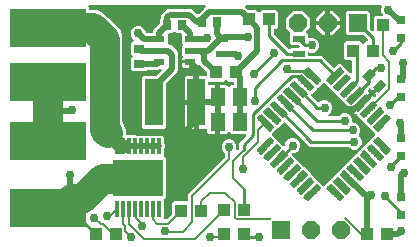
<source format=gbr>
G04 EAGLE Gerber RS-274X export*
G75*
%MOMM*%
%FSLAX34Y34*%
%LPD*%
%INTop Copper*%
%IPPOS*%
%AMOC8*
5,1,8,0,0,1.08239X$1,22.5*%
G01*
%ADD10R,1.000000X0.500000*%
%ADD11C,0.137500*%
%ADD12R,1.498600X3.987800*%
%ADD13R,0.896100X0.517200*%
%ADD14R,1.524000X1.524000*%
%ADD15P,1.649562X8X22.500000*%
%ADD16R,1.000000X1.100000*%
%ADD17R,0.800000X0.800000*%
%ADD18R,0.900000X0.700000*%
%ADD19R,0.700000X0.900000*%
%ADD20P,1.649562X8X202.500000*%
%ADD21R,6.451600X3.251200*%
%ADD22R,1.100000X1.000000*%
%ADD23R,1.000000X1.000000*%
%ADD24R,1.300000X1.500000*%
%ADD25R,0.304800X1.391400*%
%ADD26R,4.191000X3.098800*%
%ADD27C,0.254000*%
%ADD28C,0.756400*%
%ADD29C,2.540000*%
%ADD30C,0.508000*%
%ADD31C,0.200000*%
%ADD32C,0.152400*%
%ADD33C,1.270000*%

G36*
X150714Y28554D02*
X150714Y28554D01*
X150811Y28559D01*
X150854Y28574D01*
X150899Y28581D01*
X150986Y28620D01*
X151077Y28652D01*
X151111Y28677D01*
X151156Y28697D01*
X151253Y28780D01*
X151326Y28833D01*
X155667Y33174D01*
X155724Y33251D01*
X155789Y33322D01*
X155809Y33363D01*
X155836Y33400D01*
X155870Y33489D01*
X155912Y33576D01*
X155918Y33618D01*
X155935Y33663D01*
X155945Y33791D01*
X155959Y33881D01*
X155959Y42552D01*
X157448Y44041D01*
X168436Y44041D01*
X168500Y44050D01*
X168564Y44049D01*
X168639Y44070D01*
X168715Y44081D01*
X168774Y44107D01*
X168836Y44124D01*
X168902Y44165D01*
X168972Y44197D01*
X169021Y44239D01*
X169076Y44272D01*
X169128Y44330D01*
X169186Y44380D01*
X169222Y44434D01*
X169265Y44482D01*
X169298Y44551D01*
X169341Y44616D01*
X169360Y44678D01*
X169388Y44735D01*
X169399Y44805D01*
X169423Y44886D01*
X169424Y44971D01*
X169435Y45040D01*
X169435Y50026D01*
X200167Y80758D01*
X200224Y80834D01*
X200289Y80906D01*
X200309Y80947D01*
X200336Y80983D01*
X200370Y81073D01*
X200412Y81160D01*
X200418Y81202D01*
X200435Y81247D01*
X200442Y81329D01*
X200447Y81347D01*
X200448Y81391D01*
X200459Y81464D01*
X200459Y84185D01*
X200446Y84280D01*
X200441Y84376D01*
X200426Y84419D01*
X200419Y84464D01*
X200380Y84552D01*
X200348Y84643D01*
X200323Y84677D01*
X200303Y84721D01*
X200220Y84819D01*
X200167Y84892D01*
X198640Y86418D01*
X197677Y88742D01*
X197677Y91258D01*
X198640Y93582D01*
X200418Y95360D01*
X202742Y96323D01*
X205258Y96323D01*
X207582Y95360D01*
X209360Y93582D01*
X210323Y91258D01*
X210323Y88742D01*
X210257Y88583D01*
X210235Y88499D01*
X210204Y88417D01*
X210200Y88363D01*
X210187Y88310D01*
X210189Y88223D01*
X210183Y88136D01*
X210194Y88082D01*
X210196Y88028D01*
X210222Y87945D01*
X210240Y87860D01*
X210266Y87812D01*
X210283Y87760D01*
X210332Y87688D01*
X210373Y87611D01*
X210411Y87572D01*
X210442Y87526D01*
X210509Y87471D01*
X210569Y87409D01*
X210617Y87382D01*
X210660Y87347D01*
X210739Y87313D01*
X210815Y87270D01*
X210868Y87257D01*
X210919Y87236D01*
X211005Y87225D01*
X211089Y87205D01*
X211144Y87208D01*
X211199Y87201D01*
X211284Y87215D01*
X211371Y87220D01*
X211423Y87238D01*
X211477Y87246D01*
X211555Y87283D01*
X211637Y87312D01*
X211679Y87342D01*
X211732Y87367D01*
X211817Y87443D01*
X211886Y87494D01*
X212297Y87904D01*
X212354Y87981D01*
X212419Y88052D01*
X212439Y88093D01*
X212466Y88130D01*
X212500Y88219D01*
X212542Y88306D01*
X212548Y88348D01*
X212565Y88393D01*
X212575Y88521D01*
X212589Y88611D01*
X212589Y93493D01*
X218350Y99253D01*
X218370Y99279D01*
X218394Y99300D01*
X218454Y99392D01*
X218519Y99479D01*
X218531Y99509D01*
X218548Y99536D01*
X218580Y99641D01*
X218619Y99743D01*
X218621Y99775D01*
X218631Y99806D01*
X218632Y99915D01*
X218641Y100024D01*
X218634Y100056D01*
X218635Y100088D01*
X218605Y100193D01*
X218583Y100300D01*
X218568Y100329D01*
X218559Y100360D01*
X218502Y100453D01*
X218451Y100549D01*
X218428Y100572D01*
X218411Y100600D01*
X218330Y100673D01*
X218254Y100751D01*
X218226Y100767D01*
X218202Y100789D01*
X218104Y100836D01*
X218009Y100890D01*
X217977Y100898D01*
X217948Y100912D01*
X217859Y100926D01*
X217734Y100955D01*
X217686Y100953D01*
X217644Y100959D01*
X205948Y100959D01*
X204662Y102245D01*
X204619Y102277D01*
X204582Y102317D01*
X204507Y102362D01*
X204436Y102414D01*
X204386Y102433D01*
X204340Y102461D01*
X204255Y102483D01*
X204172Y102514D01*
X204119Y102518D01*
X204067Y102532D01*
X203979Y102529D01*
X203891Y102536D01*
X203839Y102525D01*
X203785Y102523D01*
X203701Y102496D01*
X203615Y102478D01*
X203568Y102453D01*
X203517Y102436D01*
X203444Y102387D01*
X203366Y102346D01*
X203328Y102308D01*
X203283Y102278D01*
X203234Y102217D01*
X203164Y102149D01*
X203128Y102086D01*
X203090Y102038D01*
X203033Y101940D01*
X202560Y101467D01*
X201981Y101132D01*
X201335Y100959D01*
X196499Y100959D01*
X196499Y110000D01*
X196490Y110064D01*
X196491Y110128D01*
X196470Y110202D01*
X196459Y110279D01*
X196433Y110338D01*
X196416Y110400D01*
X196375Y110466D01*
X196343Y110536D01*
X196301Y110585D01*
X196268Y110640D01*
X196210Y110691D01*
X196160Y110750D01*
X196106Y110786D01*
X196058Y110829D01*
X195989Y110862D01*
X195924Y110905D01*
X195862Y110924D01*
X195805Y110952D01*
X195735Y110962D01*
X195654Y110987D01*
X195569Y110988D01*
X195500Y110999D01*
X193500Y110999D01*
X193436Y110990D01*
X193372Y110991D01*
X193297Y110970D01*
X193221Y110959D01*
X193162Y110933D01*
X193100Y110916D01*
X193034Y110875D01*
X192964Y110843D01*
X192915Y110801D01*
X192860Y110768D01*
X192808Y110710D01*
X192750Y110660D01*
X192714Y110606D01*
X192671Y110558D01*
X192638Y110489D01*
X192595Y110424D01*
X192576Y110362D01*
X192548Y110304D01*
X192538Y110235D01*
X192513Y110154D01*
X192512Y110069D01*
X192501Y110000D01*
X192501Y100959D01*
X187665Y100959D01*
X187019Y101132D01*
X186440Y101467D01*
X185967Y101940D01*
X185632Y102519D01*
X185459Y103165D01*
X185459Y104248D01*
X185452Y104301D01*
X185454Y104355D01*
X185432Y104440D01*
X185419Y104527D01*
X185397Y104576D01*
X185384Y104628D01*
X185339Y104704D01*
X185303Y104784D01*
X185268Y104825D01*
X185241Y104871D01*
X185177Y104932D01*
X185120Y104999D01*
X185075Y105028D01*
X185036Y105065D01*
X184958Y105105D01*
X184884Y105153D01*
X184833Y105169D01*
X184785Y105193D01*
X184698Y105210D01*
X184614Y105235D01*
X184561Y105236D01*
X184508Y105246D01*
X184430Y105238D01*
X184332Y105239D01*
X184264Y105220D01*
X178399Y105220D01*
X178399Y126700D01*
X178390Y126764D01*
X178391Y126828D01*
X178370Y126902D01*
X178359Y126979D01*
X178333Y127038D01*
X178316Y127100D01*
X178275Y127166D01*
X178243Y127236D01*
X178201Y127285D01*
X178168Y127340D01*
X178110Y127391D01*
X178060Y127450D01*
X178006Y127486D01*
X177958Y127529D01*
X177889Y127562D01*
X177824Y127605D01*
X177762Y127624D01*
X177705Y127652D01*
X177635Y127662D01*
X177554Y127687D01*
X177469Y127688D01*
X177400Y127699D01*
X176399Y127699D01*
X176399Y127701D01*
X177400Y127701D01*
X177464Y127710D01*
X177528Y127709D01*
X177603Y127730D01*
X177679Y127741D01*
X177738Y127767D01*
X177800Y127784D01*
X177866Y127825D01*
X177936Y127857D01*
X177985Y127899D01*
X178040Y127932D01*
X178092Y127990D01*
X178150Y128040D01*
X178186Y128094D01*
X178229Y128142D01*
X178262Y128211D01*
X178305Y128276D01*
X178324Y128338D01*
X178352Y128396D01*
X178362Y128465D01*
X178387Y128546D01*
X178388Y128631D01*
X178399Y128700D01*
X178399Y150180D01*
X184359Y150180D01*
X184361Y150179D01*
X184424Y150189D01*
X184488Y150188D01*
X184563Y150208D01*
X184640Y150219D01*
X184698Y150246D01*
X184760Y150263D01*
X184826Y150304D01*
X184897Y150336D01*
X184945Y150377D01*
X185000Y150411D01*
X185052Y150469D01*
X185111Y150519D01*
X185146Y150573D01*
X185189Y150620D01*
X185223Y150690D01*
X185265Y150755D01*
X185284Y150817D01*
X185312Y150874D01*
X185323Y150944D01*
X185347Y151025D01*
X185348Y151110D01*
X185359Y151179D01*
X185359Y152942D01*
X185346Y153037D01*
X185341Y153133D01*
X185326Y153176D01*
X185319Y153221D01*
X185280Y153308D01*
X185248Y153399D01*
X185223Y153434D01*
X185203Y153478D01*
X185120Y153575D01*
X185067Y153648D01*
X180413Y158302D01*
X179657Y159058D01*
X179622Y159084D01*
X179594Y159116D01*
X179510Y159168D01*
X179431Y159227D01*
X179391Y159242D01*
X179355Y159265D01*
X179259Y159292D01*
X179167Y159327D01*
X179124Y159330D01*
X179083Y159342D01*
X178984Y159341D01*
X178886Y159349D01*
X178844Y159340D01*
X178801Y159340D01*
X178707Y159311D01*
X178610Y159291D01*
X178572Y159271D01*
X178531Y159259D01*
X178448Y159205D01*
X178361Y159159D01*
X178330Y159129D01*
X178294Y159105D01*
X178230Y159031D01*
X178159Y158962D01*
X178138Y158924D01*
X178110Y158892D01*
X178075Y158814D01*
X178020Y158716D01*
X178006Y158658D01*
X177985Y158610D01*
X177938Y158433D01*
X177603Y157854D01*
X177130Y157381D01*
X176551Y157046D01*
X175905Y156873D01*
X172382Y156873D01*
X172382Y161707D01*
X172373Y161770D01*
X172374Y161835D01*
X172353Y161909D01*
X172342Y161986D01*
X172316Y162044D01*
X172298Y162106D01*
X172258Y162172D01*
X172226Y162243D01*
X172184Y162292D01*
X172150Y162346D01*
X172093Y162398D01*
X172042Y162457D01*
X171989Y162492D01*
X171941Y162535D01*
X171871Y162569D01*
X171806Y162612D01*
X171745Y162630D01*
X171727Y162639D01*
X171712Y162693D01*
X171671Y162759D01*
X171640Y162829D01*
X171598Y162878D01*
X171564Y162933D01*
X171506Y162985D01*
X171456Y163043D01*
X171402Y163079D01*
X171355Y163122D01*
X171285Y163155D01*
X171220Y163198D01*
X171159Y163217D01*
X171101Y163245D01*
X171031Y163256D01*
X170950Y163280D01*
X170866Y163281D01*
X170796Y163292D01*
X164068Y163292D01*
X164068Y164921D01*
X164241Y165567D01*
X164635Y166248D01*
X164663Y166317D01*
X164700Y166382D01*
X164715Y166448D01*
X164740Y166509D01*
X164747Y166584D01*
X164764Y166657D01*
X164761Y166724D01*
X164768Y166790D01*
X164754Y166864D01*
X164750Y166939D01*
X164728Y167002D01*
X164716Y167067D01*
X164682Y167134D01*
X164658Y167205D01*
X164621Y167255D01*
X164589Y167319D01*
X164522Y167391D01*
X164476Y167454D01*
X164068Y167862D01*
X164068Y175138D01*
X164473Y175543D01*
X164512Y175595D01*
X164558Y175640D01*
X164596Y175707D01*
X164643Y175769D01*
X164665Y175829D01*
X164697Y175885D01*
X164715Y175960D01*
X164742Y176033D01*
X164747Y176097D01*
X164762Y176159D01*
X164758Y176237D01*
X164764Y176314D01*
X164751Y176377D01*
X164748Y176441D01*
X164722Y176514D01*
X164706Y176590D01*
X164676Y176647D01*
X164655Y176708D01*
X164614Y176764D01*
X164574Y176839D01*
X164515Y176900D01*
X164473Y176957D01*
X164068Y177362D01*
X164068Y184960D01*
X164059Y185024D01*
X164060Y185088D01*
X164039Y185163D01*
X164028Y185239D01*
X164002Y185298D01*
X163985Y185360D01*
X163944Y185426D01*
X163912Y185496D01*
X163870Y185545D01*
X163837Y185600D01*
X163779Y185652D01*
X163729Y185710D01*
X163675Y185746D01*
X163627Y185789D01*
X163558Y185822D01*
X163493Y185865D01*
X163431Y185884D01*
X163374Y185912D01*
X163304Y185923D01*
X163223Y185947D01*
X163138Y185948D01*
X163069Y185959D01*
X159948Y185959D01*
X158707Y187200D01*
X158655Y187239D01*
X158610Y187285D01*
X158543Y187323D01*
X158481Y187370D01*
X158421Y187392D01*
X158365Y187424D01*
X158290Y187442D01*
X158217Y187469D01*
X158153Y187474D01*
X158090Y187489D01*
X158013Y187485D01*
X157936Y187491D01*
X157873Y187478D01*
X157809Y187474D01*
X157736Y187449D01*
X157660Y187433D01*
X157603Y187403D01*
X157542Y187382D01*
X157486Y187341D01*
X157411Y187301D01*
X157350Y187242D01*
X157293Y187200D01*
X156052Y185959D01*
X153131Y185959D01*
X153067Y185950D01*
X153003Y185951D01*
X152928Y185930D01*
X152852Y185919D01*
X152793Y185893D01*
X152731Y185876D01*
X152665Y185835D01*
X152595Y185803D01*
X152546Y185761D01*
X152491Y185728D01*
X152439Y185670D01*
X152381Y185620D01*
X152345Y185566D01*
X152302Y185518D01*
X152269Y185449D01*
X152226Y185384D01*
X152207Y185322D01*
X152179Y185265D01*
X152168Y185195D01*
X152144Y185114D01*
X152143Y185029D01*
X152132Y184960D01*
X152132Y177580D01*
X152141Y177516D01*
X152140Y177452D01*
X152161Y177377D01*
X152172Y177301D01*
X152198Y177242D01*
X152215Y177180D01*
X152256Y177114D01*
X152288Y177044D01*
X152330Y176995D01*
X152363Y176940D01*
X152421Y176888D01*
X152471Y176830D01*
X152525Y176794D01*
X152573Y176751D01*
X152642Y176718D01*
X152707Y176675D01*
X152769Y176656D01*
X152826Y176628D01*
X152896Y176617D01*
X152977Y176593D01*
X153062Y176592D01*
X153131Y176581D01*
X153511Y176581D01*
X155378Y175807D01*
X160307Y170878D01*
X161081Y169011D01*
X161081Y154989D01*
X160307Y153122D01*
X150726Y143541D01*
X150669Y143464D01*
X150604Y143393D01*
X150584Y143352D01*
X150557Y143316D01*
X150523Y143226D01*
X150481Y143139D01*
X150475Y143097D01*
X150458Y143052D01*
X150448Y142924D01*
X150434Y142835D01*
X150434Y106709D01*
X148945Y105220D01*
X131855Y105220D01*
X130366Y106709D01*
X130366Y148691D01*
X131855Y150180D01*
X142581Y150180D01*
X142676Y150193D01*
X142772Y150198D01*
X142815Y150213D01*
X142860Y150220D01*
X142947Y150259D01*
X143038Y150291D01*
X143073Y150316D01*
X143117Y150336D01*
X143214Y150419D01*
X143287Y150472D01*
X146737Y153922D01*
X146789Y153991D01*
X146848Y154055D01*
X146873Y154104D01*
X146906Y154147D01*
X146937Y154229D01*
X146976Y154306D01*
X146986Y154360D01*
X147005Y154411D01*
X147012Y154498D01*
X147028Y154583D01*
X147023Y154638D01*
X147027Y154692D01*
X147009Y154777D01*
X147001Y154864D01*
X146981Y154915D01*
X146970Y154969D01*
X146929Y155045D01*
X146897Y155126D01*
X146863Y155169D01*
X146837Y155218D01*
X146777Y155280D01*
X146723Y155348D01*
X146679Y155380D01*
X146640Y155420D01*
X146565Y155462D01*
X146494Y155513D01*
X146443Y155532D01*
X146395Y155559D01*
X146310Y155579D01*
X146229Y155608D01*
X146174Y155611D01*
X146121Y155624D01*
X146034Y155619D01*
X145947Y155624D01*
X145898Y155612D01*
X145839Y155609D01*
X145731Y155572D01*
X145648Y155552D01*
X144121Y154919D01*
X134926Y154919D01*
X134831Y154906D01*
X134735Y154901D01*
X134692Y154886D01*
X134647Y154879D01*
X134560Y154840D01*
X134469Y154808D01*
X134434Y154783D01*
X134390Y154763D01*
X134293Y154680D01*
X134220Y154627D01*
X133552Y153959D01*
X122448Y153959D01*
X120959Y155448D01*
X120959Y164552D01*
X122200Y165793D01*
X122239Y165845D01*
X122285Y165890D01*
X122323Y165957D01*
X122370Y166019D01*
X122392Y166079D01*
X122424Y166135D01*
X122442Y166210D01*
X122469Y166283D01*
X122474Y166347D01*
X122489Y166410D01*
X122485Y166487D01*
X122491Y166564D01*
X122478Y166627D01*
X122474Y166691D01*
X122449Y166764D01*
X122433Y166840D01*
X122403Y166897D01*
X122382Y166958D01*
X122341Y167014D01*
X122301Y167089D01*
X122242Y167150D01*
X122200Y167207D01*
X120959Y168448D01*
X120959Y177552D01*
X122448Y179041D01*
X122605Y179041D01*
X122637Y179045D01*
X122669Y179043D01*
X122776Y179065D01*
X122884Y179081D01*
X122914Y179094D01*
X122945Y179100D01*
X123042Y179152D01*
X123141Y179197D01*
X123166Y179218D01*
X123194Y179233D01*
X123273Y179309D01*
X123356Y179380D01*
X123373Y179407D01*
X123396Y179430D01*
X123450Y179525D01*
X123510Y179616D01*
X123520Y179647D01*
X123535Y179675D01*
X123561Y179781D01*
X123592Y179886D01*
X123593Y179918D01*
X123600Y179949D01*
X123595Y180059D01*
X123596Y180168D01*
X123588Y180199D01*
X123586Y180231D01*
X123550Y180334D01*
X123521Y180440D01*
X123504Y180467D01*
X123494Y180498D01*
X123440Y180571D01*
X123373Y180680D01*
X123337Y180712D01*
X123312Y180747D01*
X121640Y182418D01*
X120677Y184742D01*
X120677Y187258D01*
X121640Y189582D01*
X123418Y191360D01*
X125742Y192323D01*
X128258Y192323D01*
X130582Y191360D01*
X132360Y189582D01*
X133327Y187248D01*
X133336Y187181D01*
X133341Y187085D01*
X133356Y187042D01*
X133363Y186997D01*
X133402Y186910D01*
X133434Y186819D01*
X133459Y186784D01*
X133479Y186740D01*
X133562Y186643D01*
X133615Y186570D01*
X133812Y186373D01*
X133889Y186316D01*
X133960Y186251D01*
X134001Y186231D01*
X134037Y186204D01*
X134127Y186170D01*
X134214Y186128D01*
X134256Y186122D01*
X134301Y186105D01*
X134429Y186095D01*
X134518Y186081D01*
X139031Y186081D01*
X139094Y186090D01*
X139158Y186089D01*
X139233Y186110D01*
X139310Y186121D01*
X139368Y186147D01*
X139430Y186164D01*
X139496Y186205D01*
X139567Y186237D01*
X139615Y186279D01*
X139670Y186312D01*
X139722Y186370D01*
X139781Y186420D01*
X139816Y186474D01*
X139859Y186522D01*
X139893Y186591D01*
X139935Y186656D01*
X139954Y186718D01*
X139982Y186775D01*
X139993Y186845D01*
X140018Y186926D01*
X140019Y187011D01*
X140030Y187080D01*
X140030Y187621D01*
X140803Y189489D01*
X145167Y193852D01*
X145224Y193929D01*
X145289Y194000D01*
X145309Y194041D01*
X145336Y194077D01*
X145370Y194167D01*
X145412Y194254D01*
X145418Y194296D01*
X145435Y194341D01*
X145445Y194469D01*
X145459Y194558D01*
X145459Y198552D01*
X146127Y199220D01*
X146184Y199297D01*
X146249Y199368D01*
X146269Y199409D01*
X146296Y199445D01*
X146330Y199535D01*
X146372Y199622D01*
X146378Y199664D01*
X146395Y199709D01*
X146405Y199837D01*
X146419Y199926D01*
X146419Y200511D01*
X147193Y202378D01*
X151122Y206307D01*
X152989Y207081D01*
X171011Y207081D01*
X172878Y206307D01*
X176452Y202733D01*
X176529Y202676D01*
X176600Y202611D01*
X176641Y202591D01*
X176677Y202564D01*
X176767Y202530D01*
X176854Y202488D01*
X176896Y202482D01*
X176941Y202465D01*
X177069Y202455D01*
X177158Y202441D01*
X177842Y202441D01*
X177937Y202454D01*
X178033Y202459D01*
X178076Y202474D01*
X178121Y202481D01*
X178208Y202520D01*
X178299Y202552D01*
X178334Y202577D01*
X178378Y202597D01*
X178475Y202680D01*
X178548Y202733D01*
X182552Y206737D01*
X183948Y208133D01*
X183968Y208159D01*
X183992Y208180D01*
X184052Y208272D01*
X184117Y208359D01*
X184129Y208389D01*
X184147Y208416D01*
X184179Y208521D01*
X184217Y208623D01*
X184220Y208655D01*
X184229Y208686D01*
X184230Y208795D01*
X184239Y208904D01*
X184232Y208936D01*
X184233Y208968D01*
X184204Y209073D01*
X184181Y209180D01*
X184166Y209209D01*
X184157Y209240D01*
X184100Y209333D01*
X184049Y209429D01*
X184026Y209452D01*
X184009Y209480D01*
X183928Y209553D01*
X183852Y209631D01*
X183824Y209647D01*
X183800Y209669D01*
X183702Y209716D01*
X183607Y209770D01*
X183575Y209778D01*
X183546Y209792D01*
X183457Y209806D01*
X183332Y209835D01*
X183284Y209833D01*
X183242Y209839D01*
X85980Y209839D01*
X85948Y209835D01*
X85916Y209837D01*
X85809Y209815D01*
X85701Y209799D01*
X85672Y209786D01*
X85640Y209780D01*
X85544Y209728D01*
X85444Y209683D01*
X85420Y209662D01*
X85391Y209647D01*
X85313Y209571D01*
X85230Y209500D01*
X85212Y209473D01*
X85189Y209450D01*
X85135Y209356D01*
X85075Y209264D01*
X85066Y209233D01*
X85050Y209205D01*
X85025Y209099D01*
X84993Y208994D01*
X84993Y208962D01*
X84985Y208931D01*
X84991Y208821D01*
X84989Y208712D01*
X84998Y208681D01*
X84999Y208649D01*
X85035Y208546D01*
X85064Y208440D01*
X85081Y208413D01*
X85092Y208382D01*
X85145Y208309D01*
X85213Y208200D01*
X85249Y208168D01*
X85274Y208133D01*
X85599Y207808D01*
X85599Y206740D01*
X85608Y206676D01*
X85607Y206612D01*
X85628Y206537D01*
X85639Y206461D01*
X85665Y206402D01*
X85682Y206340D01*
X85723Y206274D01*
X85755Y206204D01*
X85797Y206155D01*
X85830Y206100D01*
X85888Y206048D01*
X85938Y205990D01*
X85992Y205954D01*
X86040Y205911D01*
X86109Y205878D01*
X86174Y205835D01*
X86236Y205816D01*
X86293Y205788D01*
X86363Y205777D01*
X86444Y205753D01*
X86529Y205752D01*
X86598Y205741D01*
X91932Y205741D01*
X97533Y203420D01*
X101961Y198993D01*
X107093Y193861D01*
X111520Y189433D01*
X113841Y183832D01*
X113841Y111327D01*
X113854Y111232D01*
X113859Y111136D01*
X113874Y111093D01*
X113881Y111048D01*
X113920Y110960D01*
X113952Y110869D01*
X113977Y110835D01*
X113997Y110791D01*
X114080Y110693D01*
X114133Y110620D01*
X114520Y110233D01*
X116841Y104632D01*
X116841Y101012D01*
X116850Y100948D01*
X116849Y100884D01*
X116870Y100809D01*
X116881Y100733D01*
X116907Y100674D01*
X116924Y100612D01*
X116965Y100546D01*
X116997Y100476D01*
X117039Y100427D01*
X117072Y100372D01*
X117130Y100320D01*
X117180Y100262D01*
X117234Y100226D01*
X117282Y100183D01*
X117351Y100150D01*
X117416Y100107D01*
X117478Y100088D01*
X117535Y100060D01*
X117605Y100049D01*
X117686Y100025D01*
X117771Y100024D01*
X117840Y100013D01*
X147081Y100013D01*
X148569Y98524D01*
X148569Y94049D01*
X148583Y93954D01*
X148588Y93858D01*
X148603Y93815D01*
X148609Y93770D01*
X148649Y93683D01*
X148680Y93592D01*
X148705Y93557D01*
X148725Y93513D01*
X148796Y93430D01*
X149585Y91526D01*
X149585Y89504D01*
X148798Y87603D01*
X148740Y87539D01*
X148720Y87498D01*
X148693Y87462D01*
X148659Y87372D01*
X148617Y87285D01*
X148610Y87243D01*
X148593Y87198D01*
X148583Y87070D01*
X148569Y86981D01*
X148569Y82887D01*
X148583Y82792D01*
X148588Y82696D01*
X148603Y82653D01*
X148609Y82608D01*
X148649Y82520D01*
X148680Y82429D01*
X148705Y82395D01*
X148725Y82351D01*
X148809Y82253D01*
X148862Y82180D01*
X150496Y80546D01*
X150496Y47454D01*
X148862Y45820D01*
X148804Y45743D01*
X148740Y45671D01*
X148720Y45630D01*
X148693Y45594D01*
X148659Y45504D01*
X148617Y45418D01*
X148610Y45376D01*
X148593Y45330D01*
X148583Y45203D01*
X148569Y45113D01*
X148569Y29540D01*
X148578Y29476D01*
X148577Y29412D01*
X148598Y29337D01*
X148609Y29261D01*
X148635Y29202D01*
X148653Y29140D01*
X148693Y29074D01*
X148725Y29004D01*
X148767Y28955D01*
X148801Y28900D01*
X148858Y28848D01*
X148909Y28790D01*
X148962Y28754D01*
X149010Y28711D01*
X149080Y28678D01*
X149145Y28635D01*
X149206Y28616D01*
X149264Y28588D01*
X149333Y28577D01*
X149414Y28553D01*
X149499Y28552D01*
X149568Y28541D01*
X150619Y28541D01*
X150714Y28554D01*
G37*
G36*
X307286Y152053D02*
X307286Y152053D01*
X307318Y152053D01*
X307423Y152082D01*
X307530Y152104D01*
X307559Y152120D01*
X307590Y152128D01*
X307683Y152186D01*
X307779Y152237D01*
X307802Y152259D01*
X307830Y152276D01*
X307903Y152357D01*
X307981Y152434D01*
X307997Y152462D01*
X308019Y152486D01*
X308066Y152584D01*
X308120Y152679D01*
X308128Y152710D01*
X308142Y152739D01*
X308156Y152829D01*
X308185Y152953D01*
X308183Y153002D01*
X308189Y153044D01*
X308189Y162160D01*
X308180Y162224D01*
X308181Y162288D01*
X308160Y162363D01*
X308149Y162439D01*
X308123Y162498D01*
X308106Y162560D01*
X308065Y162626D01*
X308033Y162696D01*
X307991Y162745D01*
X307958Y162800D01*
X307900Y162852D01*
X307850Y162910D01*
X307796Y162946D01*
X307748Y162989D01*
X307679Y163022D01*
X307614Y163065D01*
X307552Y163084D01*
X307495Y163112D01*
X307425Y163123D01*
X307344Y163147D01*
X307259Y163148D01*
X307190Y163159D01*
X302648Y163159D01*
X301159Y164648D01*
X301159Y177752D01*
X302648Y179241D01*
X314752Y179241D01*
X316493Y177500D01*
X316545Y177461D01*
X316590Y177415D01*
X316657Y177377D01*
X316719Y177330D01*
X316779Y177308D01*
X316835Y177276D01*
X316910Y177258D01*
X316983Y177231D01*
X317047Y177226D01*
X317110Y177211D01*
X317187Y177215D01*
X317264Y177209D01*
X317327Y177222D01*
X317391Y177226D01*
X317464Y177251D01*
X317540Y177267D01*
X317597Y177297D01*
X317658Y177318D01*
X317714Y177359D01*
X317789Y177399D01*
X317850Y177458D01*
X317907Y177500D01*
X319648Y179241D01*
X320558Y179241D01*
X320590Y179245D01*
X320622Y179243D01*
X320729Y179265D01*
X320837Y179281D01*
X320866Y179294D01*
X320898Y179300D01*
X320994Y179352D01*
X321094Y179397D01*
X321118Y179418D01*
X321147Y179433D01*
X321225Y179509D01*
X321308Y179580D01*
X321326Y179607D01*
X321349Y179630D01*
X321403Y179725D01*
X321463Y179816D01*
X321472Y179847D01*
X321488Y179875D01*
X321513Y179982D01*
X321545Y180086D01*
X321545Y180118D01*
X321553Y180149D01*
X321547Y180259D01*
X321549Y180368D01*
X321540Y180399D01*
X321539Y180431D01*
X321503Y180534D01*
X321474Y180640D01*
X321457Y180667D01*
X321446Y180698D01*
X321393Y180771D01*
X321325Y180880D01*
X321289Y180912D01*
X321264Y180947D01*
X317864Y184347D01*
X317787Y184404D01*
X317716Y184469D01*
X317675Y184489D01*
X317639Y184516D01*
X317549Y184550D01*
X317462Y184592D01*
X317420Y184598D01*
X317375Y184615D01*
X317247Y184625D01*
X317158Y184639D01*
X304128Y184639D01*
X302639Y186128D01*
X302639Y203472D01*
X304128Y204961D01*
X321472Y204961D01*
X322961Y203472D01*
X322961Y190442D01*
X322974Y190347D01*
X322979Y190251D01*
X322994Y190208D01*
X323001Y190163D01*
X323040Y190076D01*
X323072Y189985D01*
X323097Y189950D01*
X323117Y189906D01*
X323190Y189820D01*
X323215Y189780D01*
X323233Y189764D01*
X323253Y189736D01*
X324753Y188236D01*
X324779Y188216D01*
X324800Y188192D01*
X324892Y188132D01*
X324979Y188066D01*
X325009Y188055D01*
X325036Y188037D01*
X325141Y188005D01*
X325243Y187967D01*
X325275Y187964D01*
X325306Y187955D01*
X325415Y187954D01*
X325524Y187945D01*
X325556Y187952D01*
X325588Y187951D01*
X325693Y187980D01*
X325800Y188003D01*
X325829Y188018D01*
X325860Y188026D01*
X325953Y188084D01*
X326049Y188135D01*
X326072Y188158D01*
X326100Y188175D01*
X326173Y188256D01*
X326251Y188332D01*
X326267Y188360D01*
X326289Y188384D01*
X326336Y188482D01*
X326390Y188577D01*
X326398Y188609D01*
X326412Y188638D01*
X326426Y188727D01*
X326455Y188852D01*
X326453Y188900D01*
X326459Y188942D01*
X326459Y199052D01*
X327948Y200541D01*
X333163Y200541D01*
X333195Y200545D01*
X333227Y200543D01*
X333334Y200565D01*
X333442Y200581D01*
X333472Y200594D01*
X333503Y200600D01*
X333600Y200652D01*
X333699Y200697D01*
X333724Y200718D01*
X333752Y200733D01*
X333831Y200809D01*
X333914Y200880D01*
X333931Y200907D01*
X333954Y200930D01*
X334008Y201025D01*
X334068Y201116D01*
X334078Y201147D01*
X334093Y201175D01*
X334119Y201281D01*
X334150Y201386D01*
X334151Y201418D01*
X334158Y201450D01*
X334153Y201559D01*
X334154Y201668D01*
X334146Y201699D01*
X334144Y201731D01*
X334108Y201834D01*
X334079Y201940D01*
X334062Y201967D01*
X334052Y201998D01*
X333998Y202071D01*
X333931Y202180D01*
X333895Y202212D01*
X333870Y202247D01*
X333640Y202476D01*
X332677Y204800D01*
X332677Y207316D01*
X333150Y208458D01*
X333180Y208572D01*
X333214Y208686D01*
X333215Y208709D01*
X333220Y208731D01*
X333217Y208849D01*
X333218Y208968D01*
X333212Y208990D01*
X333211Y209013D01*
X333175Y209125D01*
X333143Y209240D01*
X333131Y209259D01*
X333124Y209281D01*
X333057Y209379D01*
X332995Y209480D01*
X332978Y209495D01*
X332965Y209514D01*
X332873Y209589D01*
X332785Y209669D01*
X332765Y209679D01*
X332747Y209693D01*
X332638Y209740D01*
X332532Y209792D01*
X332510Y209795D01*
X332488Y209805D01*
X332304Y209827D01*
X332227Y209839D01*
X218658Y209839D01*
X218626Y209835D01*
X218594Y209837D01*
X218487Y209815D01*
X218379Y209799D01*
X218350Y209786D01*
X218318Y209780D01*
X218222Y209728D01*
X218122Y209683D01*
X218098Y209662D01*
X218069Y209647D01*
X217991Y209571D01*
X217908Y209500D01*
X217890Y209473D01*
X217867Y209450D01*
X217813Y209355D01*
X217753Y209264D01*
X217744Y209233D01*
X217728Y209205D01*
X217703Y209099D01*
X217671Y208994D01*
X217671Y208962D01*
X217663Y208931D01*
X217669Y208821D01*
X217667Y208712D01*
X217676Y208681D01*
X217678Y208649D01*
X217713Y208546D01*
X217743Y208440D01*
X217759Y208413D01*
X217770Y208382D01*
X217823Y208309D01*
X217891Y208200D01*
X217927Y208168D01*
X217952Y208133D01*
X219952Y206133D01*
X220029Y206076D01*
X220100Y206011D01*
X220141Y205991D01*
X220177Y205964D01*
X220267Y205930D01*
X220354Y205888D01*
X220396Y205882D01*
X220441Y205865D01*
X220569Y205855D01*
X220658Y205841D01*
X227152Y205841D01*
X228893Y204100D01*
X228945Y204061D01*
X228990Y204015D01*
X229057Y203977D01*
X229119Y203930D01*
X229179Y203908D01*
X229235Y203876D01*
X229310Y203858D01*
X229383Y203831D01*
X229447Y203826D01*
X229509Y203811D01*
X229587Y203815D01*
X229664Y203809D01*
X229727Y203822D01*
X229791Y203825D01*
X229864Y203851D01*
X229940Y203867D01*
X229997Y203897D01*
X230058Y203918D01*
X230114Y203959D01*
X230189Y203999D01*
X230250Y204058D01*
X230307Y204100D01*
X232048Y205841D01*
X244152Y205841D01*
X245641Y204352D01*
X245641Y191248D01*
X244152Y189759D01*
X242910Y189759D01*
X242846Y189750D01*
X242782Y189751D01*
X242707Y189730D01*
X242631Y189719D01*
X242572Y189693D01*
X242510Y189676D01*
X242444Y189635D01*
X242374Y189603D01*
X242325Y189561D01*
X242270Y189528D01*
X242218Y189470D01*
X242160Y189420D01*
X242124Y189366D01*
X242081Y189318D01*
X242048Y189249D01*
X242005Y189184D01*
X241986Y189122D01*
X241958Y189065D01*
X241947Y188995D01*
X241923Y188914D01*
X241922Y188829D01*
X241911Y188760D01*
X241911Y185892D01*
X241924Y185797D01*
X241929Y185701D01*
X241944Y185658D01*
X241951Y185613D01*
X241990Y185526D01*
X242022Y185435D01*
X242047Y185400D01*
X242067Y185356D01*
X242150Y185259D01*
X242203Y185186D01*
X254436Y172953D01*
X254513Y172896D01*
X254584Y172831D01*
X254625Y172811D01*
X254661Y172784D01*
X254751Y172750D01*
X254838Y172708D01*
X254880Y172702D01*
X254925Y172685D01*
X255053Y172675D01*
X255142Y172661D01*
X255304Y172661D01*
X255399Y172674D01*
X255495Y172679D01*
X255538Y172694D01*
X255583Y172701D01*
X255670Y172740D01*
X255761Y172772D01*
X255796Y172797D01*
X255840Y172817D01*
X255937Y172900D01*
X256010Y172953D01*
X256948Y173891D01*
X262858Y173891D01*
X262890Y173895D01*
X262922Y173893D01*
X263029Y173915D01*
X263137Y173931D01*
X263166Y173944D01*
X263198Y173950D01*
X263294Y174002D01*
X263394Y174047D01*
X263418Y174068D01*
X263447Y174083D01*
X263525Y174159D01*
X263608Y174230D01*
X263626Y174257D01*
X263649Y174280D01*
X263703Y174374D01*
X263763Y174466D01*
X263772Y174497D01*
X263788Y174525D01*
X263813Y174631D01*
X263845Y174736D01*
X263845Y174768D01*
X263853Y174799D01*
X263847Y174909D01*
X263849Y175018D01*
X263840Y175049D01*
X263838Y175081D01*
X263803Y175184D01*
X263774Y175290D01*
X263757Y175317D01*
X263746Y175348D01*
X263693Y175421D01*
X263625Y175530D01*
X263589Y175562D01*
X263564Y175597D01*
X262944Y176217D01*
X262867Y176274D01*
X262796Y176339D01*
X262755Y176359D01*
X262719Y176386D01*
X262629Y176420D01*
X262542Y176462D01*
X262500Y176468D01*
X262455Y176485D01*
X262327Y176495D01*
X262238Y176509D01*
X256948Y176509D01*
X255459Y177998D01*
X255459Y185102D01*
X255687Y185330D01*
X255726Y185382D01*
X255772Y185427D01*
X255810Y185494D01*
X255856Y185556D01*
X255879Y185616D01*
X255911Y185672D01*
X255929Y185747D01*
X255956Y185820D01*
X255961Y185884D01*
X255976Y185946D01*
X255972Y186024D01*
X255978Y186101D01*
X255965Y186164D01*
X255961Y186228D01*
X255936Y186301D01*
X255920Y186377D01*
X255890Y186434D01*
X255869Y186494D01*
X255827Y186551D01*
X255788Y186626D01*
X255729Y186687D01*
X255687Y186743D01*
X251839Y190591D01*
X251839Y199009D01*
X257791Y204961D01*
X266209Y204961D01*
X272161Y199009D01*
X272161Y190591D01*
X269313Y187743D01*
X269274Y187692D01*
X269228Y187647D01*
X269190Y187580D01*
X269144Y187518D01*
X269121Y187458D01*
X269089Y187402D01*
X269071Y187326D01*
X269044Y187254D01*
X269039Y187190D01*
X269024Y187127D01*
X269028Y187050D01*
X269022Y186973D01*
X269035Y186910D01*
X269039Y186846D01*
X269064Y186773D01*
X269080Y186697D01*
X269110Y186640D01*
X269131Y186579D01*
X269172Y186523D01*
X269212Y186448D01*
X269271Y186387D01*
X269313Y186330D01*
X270541Y185102D01*
X270541Y182906D01*
X270557Y182789D01*
X270569Y182671D01*
X270577Y182650D01*
X270581Y182627D01*
X270629Y182519D01*
X270673Y182409D01*
X270687Y182391D01*
X270697Y182370D01*
X270774Y182280D01*
X270847Y182187D01*
X270865Y182173D01*
X270880Y182156D01*
X270980Y182091D01*
X271076Y182022D01*
X271097Y182014D01*
X271116Y182001D01*
X271230Y181967D01*
X271341Y181927D01*
X271364Y181926D01*
X271386Y181919D01*
X271504Y181917D01*
X271623Y181910D01*
X271644Y181916D01*
X271668Y181915D01*
X271847Y181965D01*
X271922Y181983D01*
X272742Y182323D01*
X275258Y182323D01*
X277582Y181360D01*
X279360Y179582D01*
X280323Y177258D01*
X280323Y174742D01*
X279360Y172418D01*
X277582Y170640D01*
X275258Y169677D01*
X272742Y169677D01*
X271922Y170017D01*
X271807Y170046D01*
X271694Y170081D01*
X271671Y170081D01*
X271649Y170087D01*
X271531Y170083D01*
X271412Y170085D01*
X271390Y170079D01*
X271367Y170078D01*
X271255Y170041D01*
X271140Y170010D01*
X271121Y169998D01*
X271099Y169991D01*
X271001Y169924D01*
X270900Y169861D01*
X270885Y169844D01*
X270866Y169832D01*
X270791Y169740D01*
X270711Y169652D01*
X270701Y169632D01*
X270687Y169614D01*
X270640Y169505D01*
X270588Y169398D01*
X270585Y169377D01*
X270575Y169355D01*
X270553Y169170D01*
X270541Y169094D01*
X270541Y167877D01*
X270550Y167813D01*
X270549Y167749D01*
X270570Y167674D01*
X270581Y167597D01*
X270607Y167539D01*
X270624Y167477D01*
X270665Y167411D01*
X270697Y167340D01*
X270739Y167292D01*
X270772Y167237D01*
X270830Y167185D01*
X270880Y167126D01*
X270934Y167091D01*
X270982Y167048D01*
X271051Y167014D01*
X271116Y166972D01*
X271178Y166953D01*
X271235Y166925D01*
X271305Y166914D01*
X271386Y166889D01*
X271471Y166888D01*
X271540Y166877D01*
X282426Y166877D01*
X284951Y164352D01*
X292205Y157098D01*
X292256Y157060D01*
X292301Y157014D01*
X292369Y156976D01*
X292431Y156929D01*
X292491Y156906D01*
X292547Y156875D01*
X292622Y156857D01*
X292694Y156830D01*
X292758Y156825D01*
X292821Y156810D01*
X292899Y156814D01*
X292976Y156808D01*
X293038Y156821D01*
X293103Y156824D01*
X293176Y156850D01*
X293252Y156865D01*
X293308Y156895D01*
X293369Y156917D01*
X293426Y156958D01*
X293501Y156998D01*
X293561Y157057D01*
X293618Y157098D01*
X296333Y159813D01*
X299008Y159813D01*
X303835Y154986D01*
X303844Y154953D01*
X303855Y154877D01*
X303882Y154818D01*
X303899Y154756D01*
X303940Y154690D01*
X303971Y154620D01*
X304013Y154571D01*
X304047Y154516D01*
X304104Y154464D01*
X304155Y154405D01*
X304209Y154370D01*
X304256Y154327D01*
X304326Y154293D01*
X304391Y154251D01*
X304452Y154232D01*
X304510Y154204D01*
X304579Y154193D01*
X304649Y154172D01*
X306483Y152337D01*
X306509Y152318D01*
X306530Y152294D01*
X306622Y152234D01*
X306709Y152168D01*
X306739Y152157D01*
X306766Y152139D01*
X306871Y152107D01*
X306973Y152069D01*
X307005Y152066D01*
X307036Y152057D01*
X307145Y152055D01*
X307254Y152047D01*
X307286Y152053D01*
G37*
G36*
X284327Y56822D02*
X284327Y56822D01*
X284391Y56825D01*
X284464Y56850D01*
X284540Y56866D01*
X284597Y56896D01*
X284658Y56917D01*
X284714Y56959D01*
X284789Y56999D01*
X284850Y57058D01*
X284907Y57099D01*
X288929Y61121D01*
X288961Y61130D01*
X289038Y61141D01*
X289096Y61168D01*
X289158Y61185D01*
X289224Y61225D01*
X289294Y61257D01*
X289343Y61299D01*
X289398Y61333D01*
X289450Y61390D01*
X289509Y61441D01*
X289544Y61495D01*
X289587Y61542D01*
X289621Y61612D01*
X289663Y61677D01*
X289682Y61738D01*
X289710Y61796D01*
X289721Y61865D01*
X289742Y61935D01*
X294585Y66778D01*
X294618Y66787D01*
X294694Y66798D01*
X294753Y66824D01*
X294815Y66842D01*
X294881Y66882D01*
X294951Y66914D01*
X295000Y66956D01*
X295055Y66990D01*
X295107Y67047D01*
X295166Y67098D01*
X295201Y67151D01*
X295244Y67199D01*
X295278Y67269D01*
X295320Y67334D01*
X295339Y67395D01*
X295367Y67453D01*
X295378Y67522D01*
X295399Y67592D01*
X300242Y72435D01*
X300275Y72444D01*
X300351Y72455D01*
X300410Y72481D01*
X300472Y72498D01*
X300538Y72539D01*
X300608Y72571D01*
X300657Y72613D01*
X300712Y72647D01*
X300764Y72704D01*
X300822Y72754D01*
X300858Y72808D01*
X300901Y72856D01*
X300934Y72925D01*
X300977Y72990D01*
X300996Y73052D01*
X301024Y73110D01*
X301035Y73179D01*
X301056Y73248D01*
X305899Y78092D01*
X305931Y78101D01*
X306008Y78112D01*
X306067Y78138D01*
X306129Y78155D01*
X306195Y78196D01*
X306265Y78228D01*
X306314Y78270D01*
X306369Y78303D01*
X306420Y78361D01*
X306479Y78411D01*
X306515Y78465D01*
X306558Y78513D01*
X306591Y78582D01*
X306634Y78647D01*
X306653Y78709D01*
X306681Y78767D01*
X306691Y78836D01*
X306713Y78905D01*
X311556Y83749D01*
X311588Y83758D01*
X311665Y83769D01*
X311723Y83795D01*
X311785Y83812D01*
X311851Y83853D01*
X311922Y83885D01*
X311971Y83926D01*
X312025Y83960D01*
X312077Y84018D01*
X312136Y84068D01*
X312171Y84122D01*
X312214Y84170D01*
X312248Y84239D01*
X312291Y84304D01*
X312309Y84366D01*
X312337Y84423D01*
X312348Y84493D01*
X312369Y84562D01*
X317213Y89405D01*
X317245Y89414D01*
X317322Y89425D01*
X317380Y89452D01*
X317442Y89469D01*
X317508Y89510D01*
X317579Y89542D01*
X317627Y89583D01*
X317682Y89617D01*
X317734Y89675D01*
X317793Y89725D01*
X317828Y89779D01*
X317871Y89826D01*
X317905Y89896D01*
X317947Y89961D01*
X317966Y90022D01*
X317994Y90080D01*
X318005Y90150D01*
X318026Y90219D01*
X322870Y95062D01*
X322902Y95071D01*
X322979Y95082D01*
X323037Y95109D01*
X323099Y95126D01*
X323165Y95167D01*
X323236Y95198D01*
X323284Y95240D01*
X323339Y95274D01*
X323391Y95331D01*
X323450Y95382D01*
X323485Y95436D01*
X323528Y95483D01*
X323562Y95553D01*
X323604Y95618D01*
X323623Y95679D01*
X323651Y95737D01*
X323662Y95806D01*
X323683Y95876D01*
X327701Y99893D01*
X327739Y99945D01*
X327785Y99990D01*
X327823Y100057D01*
X327870Y100119D01*
X327893Y100179D01*
X327924Y100235D01*
X327942Y100310D01*
X327970Y100383D01*
X327975Y100447D01*
X327989Y100509D01*
X327985Y100587D01*
X327991Y100664D01*
X327978Y100727D01*
X327975Y100791D01*
X327950Y100864D01*
X327934Y100940D01*
X327904Y100997D01*
X327882Y101058D01*
X327841Y101114D01*
X327801Y101189D01*
X327742Y101250D01*
X327701Y101307D01*
X323679Y105329D01*
X323670Y105361D01*
X323659Y105438D01*
X323632Y105496D01*
X323615Y105558D01*
X323575Y105624D01*
X323543Y105694D01*
X323501Y105743D01*
X323467Y105798D01*
X323410Y105850D01*
X323359Y105909D01*
X323305Y105944D01*
X323258Y105987D01*
X323188Y106021D01*
X323123Y106063D01*
X323062Y106082D01*
X323004Y106110D01*
X322935Y106121D01*
X322865Y106142D01*
X318022Y110985D01*
X318013Y111018D01*
X318002Y111094D01*
X317976Y111153D01*
X317958Y111215D01*
X317918Y111281D01*
X317886Y111351D01*
X317844Y111400D01*
X317810Y111455D01*
X317753Y111507D01*
X317702Y111566D01*
X317649Y111601D01*
X317601Y111644D01*
X317531Y111678D01*
X317466Y111720D01*
X317405Y111739D01*
X317347Y111767D01*
X317278Y111778D01*
X317208Y111799D01*
X312385Y116622D01*
X312385Y116721D01*
X312374Y116796D01*
X312374Y116871D01*
X312355Y116935D01*
X312345Y117001D01*
X312314Y117069D01*
X312293Y117141D01*
X312256Y117197D01*
X312229Y117258D01*
X312180Y117314D01*
X312140Y117377D01*
X312089Y117421D01*
X312046Y117472D01*
X311983Y117513D01*
X311926Y117562D01*
X311870Y117587D01*
X311810Y117626D01*
X311716Y117655D01*
X311644Y117687D01*
X311627Y117691D01*
X310891Y118116D01*
X310104Y118903D01*
X317292Y126092D01*
X317330Y126143D01*
X317377Y126188D01*
X317415Y126255D01*
X317461Y126317D01*
X317484Y126377D01*
X317506Y126415D01*
X317513Y126419D01*
X317574Y126440D01*
X317630Y126482D01*
X317705Y126522D01*
X317766Y126581D01*
X317823Y126622D01*
X325011Y133810D01*
X325798Y133023D01*
X326167Y132383D01*
X326200Y132341D01*
X326226Y132294D01*
X326287Y132230D01*
X326341Y132161D01*
X326385Y132130D01*
X326422Y132091D01*
X326499Y132048D01*
X326571Y131997D01*
X326621Y131979D01*
X326668Y131952D01*
X326754Y131932D01*
X326837Y131903D01*
X326890Y131900D01*
X326942Y131888D01*
X327030Y131892D01*
X327118Y131887D01*
X327170Y131899D01*
X327224Y131902D01*
X327307Y131931D01*
X327393Y131951D01*
X327440Y131977D01*
X327490Y131994D01*
X327554Y132041D01*
X327639Y132088D01*
X327690Y132140D01*
X327739Y132176D01*
X328596Y133033D01*
X328635Y133085D01*
X328681Y133129D01*
X328719Y133197D01*
X328766Y133259D01*
X328788Y133319D01*
X328820Y133375D01*
X328838Y133450D01*
X328865Y133523D01*
X328870Y133587D01*
X328885Y133649D01*
X328881Y133727D01*
X328887Y133804D01*
X328874Y133867D01*
X328871Y133931D01*
X328845Y134004D01*
X328829Y134080D01*
X328799Y134137D01*
X328778Y134197D01*
X328737Y134254D01*
X328697Y134329D01*
X328638Y134390D01*
X328596Y134446D01*
X327855Y135188D01*
X332303Y139636D01*
X332341Y139688D01*
X332387Y139733D01*
X332425Y139800D01*
X332472Y139862D01*
X332495Y139922D01*
X332526Y139978D01*
X332544Y140053D01*
X332571Y140126D01*
X332576Y140190D01*
X332591Y140252D01*
X332587Y140330D01*
X332593Y140407D01*
X332580Y140470D01*
X332577Y140534D01*
X332551Y140607D01*
X332536Y140683D01*
X332505Y140740D01*
X332484Y140801D01*
X332443Y140857D01*
X332403Y140932D01*
X332344Y140993D01*
X332303Y141050D01*
X331242Y142110D01*
X331191Y142149D01*
X331146Y142195D01*
X331078Y142233D01*
X331016Y142280D01*
X330956Y142302D01*
X330900Y142334D01*
X330825Y142352D01*
X330752Y142379D01*
X330689Y142384D01*
X330626Y142399D01*
X330548Y142395D01*
X330471Y142401D01*
X330409Y142388D01*
X330344Y142384D01*
X330271Y142359D01*
X330195Y142343D01*
X330138Y142313D01*
X330078Y142292D01*
X330021Y142251D01*
X329946Y142211D01*
X329886Y142152D01*
X329829Y142110D01*
X325381Y137662D01*
X323894Y139149D01*
X323843Y139187D01*
X323798Y139233D01*
X323731Y139272D01*
X323669Y139318D01*
X323609Y139341D01*
X323553Y139372D01*
X323477Y139390D01*
X323405Y139418D01*
X323341Y139422D01*
X323278Y139437D01*
X323201Y139433D01*
X323124Y139439D01*
X323061Y139426D01*
X322996Y139423D01*
X322923Y139398D01*
X322847Y139382D01*
X322791Y139351D01*
X322730Y139330D01*
X322673Y139289D01*
X322598Y139249D01*
X322538Y139190D01*
X322481Y139149D01*
X321675Y138343D01*
X321643Y138300D01*
X321604Y138263D01*
X321559Y138188D01*
X321506Y138117D01*
X321487Y138067D01*
X321459Y138021D01*
X321437Y137936D01*
X321406Y137853D01*
X321402Y137800D01*
X321389Y137748D01*
X321391Y137660D01*
X321384Y137572D01*
X321395Y137520D01*
X321397Y137466D01*
X321424Y137382D01*
X321442Y137296D01*
X321467Y137249D01*
X321484Y137198D01*
X321533Y137125D01*
X321575Y137047D01*
X321612Y137009D01*
X321642Y136964D01*
X321703Y136915D01*
X321771Y136845D01*
X321834Y136809D01*
X321882Y136771D01*
X322280Y136541D01*
X323067Y135754D01*
X315879Y128566D01*
X315840Y128514D01*
X315794Y128469D01*
X315756Y128402D01*
X315710Y128340D01*
X315687Y128280D01*
X315665Y128242D01*
X315658Y128238D01*
X315597Y128217D01*
X315541Y128175D01*
X315466Y128136D01*
X315405Y128076D01*
X315348Y128035D01*
X308160Y120847D01*
X307373Y121634D01*
X306948Y122370D01*
X306944Y122387D01*
X306914Y122456D01*
X306894Y122529D01*
X306859Y122585D01*
X306833Y122647D01*
X306785Y122705D01*
X306746Y122769D01*
X306696Y122813D01*
X306654Y122865D01*
X306592Y122907D01*
X306537Y122958D01*
X306477Y122987D01*
X306421Y123024D01*
X306350Y123048D01*
X306283Y123081D01*
X306222Y123090D01*
X306154Y123113D01*
X306056Y123116D01*
X305978Y123128D01*
X305879Y123128D01*
X301051Y127956D01*
X301042Y127988D01*
X301031Y128065D01*
X301005Y128123D01*
X300988Y128185D01*
X300947Y128251D01*
X300915Y128322D01*
X300873Y128371D01*
X300840Y128425D01*
X300782Y128477D01*
X300732Y128536D01*
X300678Y128571D01*
X300630Y128614D01*
X300561Y128648D01*
X300496Y128691D01*
X300434Y128709D01*
X300377Y128737D01*
X300307Y128748D01*
X300238Y128769D01*
X295394Y133613D01*
X295386Y133645D01*
X295375Y133722D01*
X295348Y133780D01*
X295331Y133842D01*
X295290Y133908D01*
X295258Y133979D01*
X295217Y134027D01*
X295183Y134082D01*
X295125Y134134D01*
X295075Y134193D01*
X295021Y134228D01*
X294974Y134271D01*
X294904Y134305D01*
X294839Y134347D01*
X294778Y134366D01*
X294720Y134394D01*
X294650Y134405D01*
X294581Y134426D01*
X289738Y139270D01*
X289729Y139302D01*
X289718Y139379D01*
X289691Y139437D01*
X289674Y139499D01*
X289633Y139565D01*
X289602Y139636D01*
X289560Y139684D01*
X289526Y139739D01*
X289468Y139791D01*
X289418Y139850D01*
X289364Y139885D01*
X289317Y139928D01*
X289247Y139962D01*
X289182Y140004D01*
X289121Y140023D01*
X289063Y140051D01*
X288993Y140062D01*
X288924Y140083D01*
X284907Y144101D01*
X284855Y144139D01*
X284810Y144185D01*
X284743Y144224D01*
X284681Y144270D01*
X284621Y144293D01*
X284565Y144324D01*
X284490Y144342D01*
X284417Y144370D01*
X284353Y144375D01*
X284291Y144389D01*
X284213Y144385D01*
X284136Y144391D01*
X284073Y144378D01*
X284009Y144375D01*
X283936Y144350D01*
X283860Y144334D01*
X283803Y144304D01*
X283742Y144282D01*
X283686Y144241D01*
X283611Y144201D01*
X283550Y144142D01*
X283493Y144101D01*
X279471Y140079D01*
X279439Y140070D01*
X279362Y140059D01*
X279304Y140032D01*
X279242Y140015D01*
X279176Y139975D01*
X279106Y139943D01*
X279057Y139901D01*
X279002Y139867D01*
X278950Y139810D01*
X278891Y139759D01*
X278856Y139705D01*
X278813Y139658D01*
X278779Y139588D01*
X278737Y139523D01*
X278718Y139462D01*
X278690Y139404D01*
X278679Y139335D01*
X278658Y139265D01*
X273983Y134590D01*
X273944Y134539D01*
X273898Y134494D01*
X273860Y134427D01*
X273813Y134365D01*
X273791Y134304D01*
X273759Y134248D01*
X273741Y134173D01*
X273714Y134101D01*
X273709Y134037D01*
X273694Y133974D01*
X273698Y133897D01*
X273692Y133819D01*
X273705Y133757D01*
X273709Y133692D01*
X273734Y133619D01*
X273750Y133543D01*
X273780Y133487D01*
X273801Y133426D01*
X273842Y133369D01*
X273882Y133294D01*
X273941Y133234D01*
X273983Y133177D01*
X279402Y127757D01*
X279454Y127719D01*
X279499Y127673D01*
X279527Y127656D01*
X279549Y127637D01*
X279588Y127618D01*
X279628Y127588D01*
X279688Y127565D01*
X279744Y127534D01*
X279779Y127525D01*
X279803Y127514D01*
X279839Y127508D01*
X279892Y127488D01*
X279956Y127483D01*
X280019Y127469D01*
X280075Y127472D01*
X280107Y127466D01*
X280111Y127466D01*
X280134Y127470D01*
X280173Y127467D01*
X280236Y127480D01*
X280300Y127483D01*
X280351Y127501D01*
X280390Y127506D01*
X280413Y127517D01*
X280449Y127524D01*
X280506Y127554D01*
X280567Y127576D01*
X280605Y127603D01*
X280647Y127623D01*
X280669Y127641D01*
X280698Y127657D01*
X280759Y127716D01*
X280816Y127757D01*
X281418Y128360D01*
X283742Y129323D01*
X286258Y129323D01*
X288582Y128360D01*
X290360Y126582D01*
X291323Y124258D01*
X291323Y121742D01*
X290360Y119418D01*
X288458Y117517D01*
X288439Y117491D01*
X288414Y117470D01*
X288354Y117378D01*
X288289Y117291D01*
X288278Y117261D01*
X288260Y117234D01*
X288228Y117129D01*
X288189Y117027D01*
X288187Y116995D01*
X288178Y116964D01*
X288176Y116855D01*
X288168Y116746D01*
X288174Y116714D01*
X288174Y116682D01*
X288203Y116577D01*
X288225Y116470D01*
X288240Y116441D01*
X288249Y116410D01*
X288306Y116317D01*
X288358Y116221D01*
X288380Y116198D01*
X288397Y116170D01*
X288478Y116097D01*
X288554Y116019D01*
X288582Y116003D01*
X288606Y115981D01*
X288705Y115934D01*
X288800Y115880D01*
X288831Y115872D01*
X288860Y115858D01*
X288949Y115844D01*
X289074Y115815D01*
X289123Y115817D01*
X289165Y115811D01*
X296455Y115811D01*
X296550Y115824D01*
X296646Y115829D01*
X296689Y115844D01*
X296734Y115851D01*
X296822Y115890D01*
X296913Y115922D01*
X296947Y115947D01*
X296991Y115967D01*
X297089Y116050D01*
X297162Y116103D01*
X298418Y117360D01*
X300742Y118323D01*
X303258Y118323D01*
X305582Y117360D01*
X307360Y115582D01*
X308323Y113258D01*
X308323Y111322D01*
X308332Y111258D01*
X308331Y111194D01*
X308352Y111119D01*
X308363Y111043D01*
X308389Y110984D01*
X308406Y110922D01*
X308447Y110856D01*
X308479Y110786D01*
X308521Y110737D01*
X308554Y110682D01*
X308612Y110630D01*
X308662Y110572D01*
X308716Y110536D01*
X308764Y110493D01*
X308833Y110460D01*
X308898Y110417D01*
X308960Y110398D01*
X309017Y110370D01*
X309087Y110359D01*
X309168Y110335D01*
X309253Y110334D01*
X309322Y110323D01*
X310258Y110323D01*
X312582Y109360D01*
X314360Y107582D01*
X315323Y105258D01*
X315323Y102742D01*
X314360Y100418D01*
X314148Y100207D01*
X314110Y100155D01*
X314064Y100110D01*
X314025Y100043D01*
X313979Y99981D01*
X313956Y99921D01*
X313925Y99865D01*
X313907Y99790D01*
X313879Y99717D01*
X313874Y99653D01*
X313860Y99591D01*
X313864Y99513D01*
X313858Y99436D01*
X313871Y99373D01*
X313874Y99309D01*
X313899Y99236D01*
X313915Y99160D01*
X313945Y99103D01*
X313967Y99042D01*
X314008Y98986D01*
X314048Y98911D01*
X314083Y98874D01*
X314100Y98848D01*
X314126Y98824D01*
X314148Y98793D01*
X315360Y97582D01*
X316323Y95258D01*
X316323Y92742D01*
X315360Y90418D01*
X313582Y88640D01*
X311258Y87677D01*
X308742Y87677D01*
X306418Y88640D01*
X305162Y89897D01*
X305085Y89954D01*
X305014Y90019D01*
X304973Y90039D01*
X304936Y90066D01*
X304846Y90100D01*
X304760Y90142D01*
X304718Y90148D01*
X304672Y90165D01*
X304545Y90175D01*
X304455Y90189D01*
X272251Y90189D01*
X269726Y92714D01*
X251623Y110817D01*
X251572Y110856D01*
X251527Y110902D01*
X251459Y110940D01*
X251397Y110987D01*
X251337Y111009D01*
X251281Y111041D01*
X251206Y111059D01*
X251134Y111086D01*
X251070Y111091D01*
X251007Y111106D01*
X250929Y111102D01*
X250852Y111108D01*
X250790Y111095D01*
X250725Y111091D01*
X250652Y111066D01*
X250576Y111050D01*
X250520Y111020D01*
X250459Y110999D01*
X250402Y110958D01*
X250327Y110918D01*
X250267Y110859D01*
X250210Y110817D01*
X245530Y106138D01*
X245498Y106129D01*
X245421Y106118D01*
X245363Y106091D01*
X245301Y106074D01*
X245235Y106033D01*
X245164Y106002D01*
X245116Y105960D01*
X245061Y105926D01*
X245009Y105868D01*
X244950Y105818D01*
X244915Y105764D01*
X244872Y105717D01*
X244838Y105647D01*
X244796Y105582D01*
X244777Y105521D01*
X244749Y105463D01*
X244738Y105393D01*
X244717Y105324D01*
X240699Y101307D01*
X240661Y101255D01*
X240615Y101210D01*
X240576Y101143D01*
X240530Y101081D01*
X240507Y101021D01*
X240476Y100965D01*
X240458Y100890D01*
X240430Y100817D01*
X240425Y100753D01*
X240411Y100691D01*
X240415Y100613D01*
X240409Y100536D01*
X240422Y100473D01*
X240425Y100409D01*
X240450Y100336D01*
X240466Y100260D01*
X240496Y100203D01*
X240517Y100142D01*
X240559Y100086D01*
X240599Y100011D01*
X240658Y99950D01*
X240699Y99893D01*
X244721Y95871D01*
X244730Y95839D01*
X244741Y95762D01*
X244768Y95704D01*
X244785Y95642D01*
X244825Y95576D01*
X244857Y95506D01*
X244899Y95457D01*
X244933Y95402D01*
X244990Y95350D01*
X245041Y95291D01*
X245095Y95256D01*
X245142Y95213D01*
X245212Y95179D01*
X245277Y95137D01*
X245338Y95118D01*
X245396Y95090D01*
X245465Y95079D01*
X245535Y95058D01*
X249971Y90621D01*
X249997Y90602D01*
X250018Y90577D01*
X250110Y90517D01*
X250197Y90452D01*
X250227Y90441D01*
X250254Y90423D01*
X250359Y90391D01*
X250461Y90352D01*
X250493Y90350D01*
X250524Y90340D01*
X250633Y90339D01*
X250742Y90331D01*
X250774Y90337D01*
X250806Y90337D01*
X250911Y90366D01*
X251018Y90388D01*
X251047Y90403D01*
X251078Y90412D01*
X251171Y90469D01*
X251267Y90521D01*
X251290Y90543D01*
X251318Y90560D01*
X251391Y90641D01*
X251469Y90717D01*
X251485Y90745D01*
X251507Y90769D01*
X251554Y90868D01*
X251608Y90963D01*
X251616Y90994D01*
X251630Y91023D01*
X251644Y91112D01*
X251673Y91237D01*
X251671Y91286D01*
X251677Y91328D01*
X251677Y92258D01*
X252640Y94582D01*
X254418Y96360D01*
X256742Y97323D01*
X259258Y97323D01*
X261582Y96360D01*
X263360Y94582D01*
X264323Y92258D01*
X264323Y89742D01*
X263360Y87418D01*
X261582Y85640D01*
X259258Y84677D01*
X258328Y84677D01*
X258296Y84673D01*
X258264Y84675D01*
X258157Y84653D01*
X258049Y84637D01*
X258019Y84624D01*
X257988Y84618D01*
X257891Y84566D01*
X257792Y84521D01*
X257767Y84500D01*
X257739Y84485D01*
X257660Y84409D01*
X257577Y84338D01*
X257560Y84311D01*
X257537Y84288D01*
X257483Y84193D01*
X257423Y84102D01*
X257413Y84071D01*
X257398Y84043D01*
X257372Y83936D01*
X257340Y83832D01*
X257340Y83800D01*
X257333Y83769D01*
X257338Y83659D01*
X257337Y83550D01*
X257345Y83519D01*
X257347Y83487D01*
X257383Y83384D01*
X257412Y83278D01*
X257429Y83251D01*
X257439Y83220D01*
X257493Y83147D01*
X257560Y83038D01*
X257596Y83006D01*
X257621Y82971D01*
X261692Y78901D01*
X261701Y78869D01*
X261712Y78792D01*
X261738Y78733D01*
X261755Y78671D01*
X261796Y78605D01*
X261828Y78535D01*
X261870Y78486D01*
X261903Y78431D01*
X261961Y78380D01*
X262011Y78321D01*
X262065Y78285D01*
X262113Y78242D01*
X262182Y78209D01*
X262247Y78166D01*
X262309Y78147D01*
X262367Y78119D01*
X262436Y78109D01*
X262505Y78087D01*
X267349Y73244D01*
X267358Y73212D01*
X267369Y73135D01*
X267395Y73077D01*
X267412Y73015D01*
X267453Y72949D01*
X267485Y72878D01*
X267526Y72829D01*
X267560Y72775D01*
X267618Y72723D01*
X267668Y72664D01*
X267722Y72629D01*
X267770Y72586D01*
X267839Y72552D01*
X267904Y72509D01*
X267966Y72491D01*
X268023Y72463D01*
X268093Y72452D01*
X268162Y72431D01*
X273005Y67587D01*
X273014Y67555D01*
X273025Y67478D01*
X273052Y67420D01*
X273069Y67358D01*
X273110Y67292D01*
X273142Y67221D01*
X273183Y67172D01*
X273217Y67118D01*
X273275Y67066D01*
X273325Y67007D01*
X273379Y66972D01*
X273426Y66929D01*
X273496Y66895D01*
X273561Y66852D01*
X273622Y66834D01*
X273680Y66806D01*
X273750Y66795D01*
X273819Y66774D01*
X278662Y61930D01*
X278671Y61898D01*
X278682Y61821D01*
X278709Y61763D01*
X278726Y61701D01*
X278767Y61635D01*
X278798Y61564D01*
X278840Y61516D01*
X278874Y61461D01*
X278931Y61409D01*
X278982Y61350D01*
X279036Y61315D01*
X279083Y61272D01*
X279153Y61238D01*
X279218Y61196D01*
X279279Y61177D01*
X279337Y61149D01*
X279406Y61138D01*
X279476Y61117D01*
X283493Y57099D01*
X283545Y57061D01*
X283590Y57015D01*
X283657Y56976D01*
X283719Y56930D01*
X283779Y56907D01*
X283835Y56876D01*
X283910Y56858D01*
X283983Y56830D01*
X284047Y56825D01*
X284109Y56811D01*
X284187Y56815D01*
X284264Y56809D01*
X284327Y56822D01*
G37*
%LPC*%
G36*
X166366Y129699D02*
X166366Y129699D01*
X166366Y147974D01*
X166539Y148620D01*
X166874Y149199D01*
X167347Y149672D01*
X167926Y150007D01*
X168572Y150180D01*
X174401Y150180D01*
X174401Y129699D01*
X166366Y129699D01*
G37*
%LPD*%
%LPC*%
G36*
X168572Y105220D02*
X168572Y105220D01*
X167926Y105393D01*
X167347Y105728D01*
X166874Y106201D01*
X166539Y106780D01*
X166366Y107426D01*
X166366Y125701D01*
X174401Y125701D01*
X174401Y105220D01*
X168572Y105220D01*
G37*
%LPD*%
G36*
X195564Y132010D02*
X195564Y132010D01*
X195628Y132009D01*
X195703Y132030D01*
X195779Y132041D01*
X195838Y132067D01*
X195900Y132084D01*
X195966Y132125D01*
X196036Y132157D01*
X196085Y132199D01*
X196140Y132232D01*
X196192Y132290D01*
X196250Y132340D01*
X196286Y132394D01*
X196329Y132442D01*
X196362Y132511D01*
X196405Y132576D01*
X196424Y132638D01*
X196452Y132696D01*
X196462Y132765D01*
X196487Y132846D01*
X196488Y132931D01*
X196499Y133000D01*
X196499Y142041D01*
X201335Y142041D01*
X201981Y141868D01*
X202560Y141533D01*
X203033Y141060D01*
X203090Y140962D01*
X203123Y140920D01*
X203148Y140872D01*
X203209Y140809D01*
X203264Y140740D01*
X203307Y140709D01*
X203345Y140670D01*
X203422Y140627D01*
X203493Y140576D01*
X203543Y140558D01*
X203590Y140531D01*
X203676Y140511D01*
X203759Y140482D01*
X203812Y140479D01*
X203865Y140466D01*
X203953Y140471D01*
X204040Y140466D01*
X204093Y140478D01*
X204146Y140481D01*
X204229Y140509D01*
X204315Y140529D01*
X204362Y140556D01*
X204413Y140573D01*
X204476Y140619D01*
X204561Y140667D01*
X204612Y140719D01*
X204662Y140755D01*
X205948Y142041D01*
X207420Y142041D01*
X207484Y142050D01*
X207548Y142049D01*
X207623Y142070D01*
X207699Y142081D01*
X207758Y142107D01*
X207820Y142124D01*
X207886Y142165D01*
X207956Y142197D01*
X208005Y142239D01*
X208060Y142272D01*
X208112Y142330D01*
X208170Y142380D01*
X208206Y142434D01*
X208249Y142482D01*
X208282Y142551D01*
X208325Y142616D01*
X208344Y142678D01*
X208372Y142735D01*
X208383Y142805D01*
X208407Y142886D01*
X208408Y142971D01*
X208419Y143040D01*
X208419Y143960D01*
X208410Y144024D01*
X208411Y144088D01*
X208390Y144163D01*
X208379Y144239D01*
X208353Y144298D01*
X208336Y144360D01*
X208295Y144426D01*
X208263Y144496D01*
X208221Y144545D01*
X208188Y144600D01*
X208130Y144652D01*
X208080Y144710D01*
X208026Y144746D01*
X207978Y144789D01*
X207909Y144822D01*
X207844Y144865D01*
X207782Y144884D01*
X207725Y144912D01*
X207655Y144923D01*
X207574Y144947D01*
X207489Y144948D01*
X207420Y144959D01*
X203848Y144959D01*
X202107Y146700D01*
X202055Y146739D01*
X202010Y146785D01*
X201943Y146823D01*
X201881Y146870D01*
X201821Y146892D01*
X201765Y146924D01*
X201690Y146942D01*
X201617Y146969D01*
X201553Y146974D01*
X201491Y146989D01*
X201413Y146985D01*
X201336Y146991D01*
X201273Y146978D01*
X201209Y146975D01*
X201136Y146949D01*
X201060Y146933D01*
X201003Y146903D01*
X200942Y146882D01*
X200886Y146841D01*
X200811Y146801D01*
X200750Y146742D01*
X200693Y146700D01*
X198952Y144959D01*
X187433Y144959D01*
X187369Y144950D01*
X187305Y144951D01*
X187230Y144930D01*
X187154Y144919D01*
X187095Y144893D01*
X187033Y144876D01*
X186967Y144835D01*
X186897Y144803D01*
X186848Y144761D01*
X186793Y144728D01*
X186741Y144670D01*
X186683Y144620D01*
X186647Y144566D01*
X186604Y144518D01*
X186571Y144449D01*
X186528Y144384D01*
X186509Y144322D01*
X186481Y144265D01*
X186470Y144195D01*
X186446Y144114D01*
X186445Y144029D01*
X186434Y143960D01*
X186434Y143013D01*
X186441Y142960D01*
X186439Y142906D01*
X186461Y142821D01*
X186474Y142734D01*
X186496Y142685D01*
X186509Y142633D01*
X186554Y142557D01*
X186590Y142477D01*
X186625Y142436D01*
X186652Y142390D01*
X186716Y142329D01*
X186773Y142262D01*
X186818Y142233D01*
X186857Y142196D01*
X186935Y142156D01*
X187009Y142108D01*
X187060Y142092D01*
X187108Y142068D01*
X187195Y142051D01*
X187279Y142026D01*
X187332Y142025D01*
X187385Y142015D01*
X187463Y142023D01*
X187561Y142022D01*
X187629Y142041D01*
X192501Y142041D01*
X192501Y133000D01*
X192510Y132936D01*
X192509Y132872D01*
X192530Y132798D01*
X192541Y132721D01*
X192567Y132662D01*
X192584Y132600D01*
X192625Y132534D01*
X192657Y132464D01*
X192699Y132415D01*
X192732Y132360D01*
X192790Y132309D01*
X192840Y132250D01*
X192894Y132214D01*
X192942Y132171D01*
X193011Y132138D01*
X193076Y132095D01*
X193138Y132076D01*
X193195Y132048D01*
X193265Y132038D01*
X193346Y132013D01*
X193431Y132012D01*
X193500Y132001D01*
X195500Y132001D01*
X195564Y132010D01*
G37*
G36*
X195564Y111010D02*
X195564Y111010D01*
X195628Y111009D01*
X195703Y111030D01*
X195779Y111041D01*
X195838Y111067D01*
X195900Y111084D01*
X195966Y111125D01*
X196036Y111157D01*
X196085Y111199D01*
X196140Y111232D01*
X196192Y111290D01*
X196250Y111340D01*
X196286Y111394D01*
X196329Y111442D01*
X196362Y111511D01*
X196405Y111576D01*
X196424Y111638D01*
X196452Y111696D01*
X196462Y111765D01*
X196487Y111846D01*
X196488Y111931D01*
X196499Y112000D01*
X196499Y131000D01*
X196490Y131064D01*
X196491Y131128D01*
X196470Y131202D01*
X196459Y131279D01*
X196433Y131338D01*
X196416Y131400D01*
X196375Y131466D01*
X196343Y131536D01*
X196301Y131585D01*
X196268Y131640D01*
X196210Y131691D01*
X196160Y131750D01*
X196106Y131786D01*
X196058Y131829D01*
X195989Y131862D01*
X195924Y131905D01*
X195862Y131924D01*
X195805Y131952D01*
X195735Y131962D01*
X195654Y131987D01*
X195569Y131988D01*
X195500Y131999D01*
X193500Y131999D01*
X193436Y131990D01*
X193372Y131991D01*
X193297Y131970D01*
X193221Y131959D01*
X193162Y131933D01*
X193100Y131916D01*
X193034Y131875D01*
X192964Y131843D01*
X192915Y131801D01*
X192860Y131768D01*
X192808Y131710D01*
X192750Y131660D01*
X192714Y131606D01*
X192671Y131558D01*
X192638Y131489D01*
X192595Y131424D01*
X192576Y131362D01*
X192548Y131304D01*
X192538Y131235D01*
X192513Y131154D01*
X192512Y131069D01*
X192501Y131000D01*
X192501Y112000D01*
X192510Y111936D01*
X192509Y111872D01*
X192530Y111797D01*
X192541Y111721D01*
X192567Y111662D01*
X192584Y111600D01*
X192625Y111534D01*
X192657Y111464D01*
X192699Y111415D01*
X192732Y111360D01*
X192790Y111309D01*
X192840Y111250D01*
X192894Y111214D01*
X192942Y111171D01*
X193011Y111138D01*
X193076Y111095D01*
X193138Y111076D01*
X193195Y111048D01*
X193265Y111038D01*
X193346Y111013D01*
X193431Y111012D01*
X193500Y111001D01*
X195500Y111001D01*
X195564Y111010D01*
G37*
%LPC*%
G36*
X289399Y196799D02*
X289399Y196799D01*
X289399Y204961D01*
X291609Y204961D01*
X297561Y199009D01*
X297561Y196799D01*
X289399Y196799D01*
G37*
%LPD*%
%LPC*%
G36*
X277239Y196799D02*
X277239Y196799D01*
X277239Y199009D01*
X283191Y204961D01*
X285401Y204961D01*
X285401Y196799D01*
X277239Y196799D01*
G37*
%LPD*%
%LPC*%
G36*
X289399Y184639D02*
X289399Y184639D01*
X289399Y192801D01*
X297561Y192801D01*
X297561Y190591D01*
X291609Y184639D01*
X289399Y184639D01*
G37*
%LPD*%
%LPC*%
G36*
X283191Y184639D02*
X283191Y184639D01*
X277239Y190591D01*
X277239Y192801D01*
X285401Y192801D01*
X285401Y184639D01*
X283191Y184639D01*
G37*
%LPD*%
%LPC*%
G36*
X166274Y156873D02*
X166274Y156873D01*
X165628Y157046D01*
X165049Y157381D01*
X164576Y157854D01*
X164241Y158433D01*
X164068Y159079D01*
X164068Y160708D01*
X169797Y160708D01*
X169797Y156873D01*
X166274Y156873D01*
G37*
%LPD*%
%LPC*%
G36*
X287399Y194799D02*
X287399Y194799D01*
X287399Y194801D01*
X287401Y194801D01*
X287401Y194799D01*
X287399Y194799D01*
G37*
%LPD*%
D10*
X263000Y168850D03*
X263000Y181550D03*
X198200Y181550D03*
X198200Y168850D03*
D11*
X241473Y94554D02*
X231132Y84213D01*
X228215Y87130D01*
X238556Y97471D01*
X241473Y94554D01*
X232438Y85519D02*
X229826Y85519D01*
X228520Y86825D02*
X233744Y86825D01*
X235050Y88131D02*
X229216Y88131D01*
X230522Y89437D02*
X236356Y89437D01*
X237662Y90743D02*
X231828Y90743D01*
X233134Y92049D02*
X238968Y92049D01*
X240274Y93355D02*
X234440Y93355D01*
X235746Y94661D02*
X241366Y94661D01*
X240060Y95967D02*
X237052Y95967D01*
X238358Y97273D02*
X238754Y97273D01*
X247130Y88897D02*
X236789Y78556D01*
X233872Y81473D01*
X244213Y91814D01*
X247130Y88897D01*
X238095Y79862D02*
X235483Y79862D01*
X234177Y81168D02*
X239401Y81168D01*
X240707Y82474D02*
X234873Y82474D01*
X236179Y83780D02*
X242013Y83780D01*
X243319Y85086D02*
X237485Y85086D01*
X238791Y86392D02*
X244625Y86392D01*
X245931Y87698D02*
X240097Y87698D01*
X241403Y89004D02*
X247023Y89004D01*
X245717Y90310D02*
X242709Y90310D01*
X244015Y91616D02*
X244411Y91616D01*
X252787Y83240D02*
X242446Y72899D01*
X239529Y75816D01*
X249870Y86157D01*
X252787Y83240D01*
X243752Y74205D02*
X241140Y74205D01*
X239834Y75511D02*
X245058Y75511D01*
X246364Y76817D02*
X240530Y76817D01*
X241836Y78123D02*
X247670Y78123D01*
X248976Y79429D02*
X243142Y79429D01*
X244448Y80735D02*
X250282Y80735D01*
X251588Y82041D02*
X245754Y82041D01*
X247060Y83347D02*
X252680Y83347D01*
X251374Y84653D02*
X248366Y84653D01*
X249672Y85959D02*
X250068Y85959D01*
X258444Y77583D02*
X248103Y67242D01*
X245186Y70159D01*
X255527Y80500D01*
X258444Y77583D01*
X249409Y68548D02*
X246797Y68548D01*
X245491Y69854D02*
X250715Y69854D01*
X252021Y71160D02*
X246187Y71160D01*
X247493Y72466D02*
X253327Y72466D01*
X254633Y73772D02*
X248799Y73772D01*
X250105Y75078D02*
X255939Y75078D01*
X257245Y76384D02*
X251411Y76384D01*
X252717Y77690D02*
X258337Y77690D01*
X257031Y78996D02*
X254023Y78996D01*
X255329Y80302D02*
X255725Y80302D01*
X264100Y71927D02*
X253759Y61586D01*
X250842Y64503D01*
X261183Y74844D01*
X264100Y71927D01*
X255065Y62892D02*
X252453Y62892D01*
X251147Y64198D02*
X256371Y64198D01*
X257677Y65504D02*
X251843Y65504D01*
X253149Y66810D02*
X258983Y66810D01*
X260289Y68116D02*
X254455Y68116D01*
X255761Y69422D02*
X261595Y69422D01*
X262901Y70728D02*
X257067Y70728D01*
X258373Y72034D02*
X263993Y72034D01*
X262687Y73340D02*
X259679Y73340D01*
X260985Y74646D02*
X261381Y74646D01*
X269757Y66270D02*
X259416Y55929D01*
X256499Y58846D01*
X266840Y69187D01*
X269757Y66270D01*
X260722Y57235D02*
X258110Y57235D01*
X256804Y58541D02*
X262028Y58541D01*
X263334Y59847D02*
X257500Y59847D01*
X258806Y61153D02*
X264640Y61153D01*
X265946Y62459D02*
X260112Y62459D01*
X261418Y63765D02*
X267252Y63765D01*
X268558Y65071D02*
X262724Y65071D01*
X264030Y66377D02*
X269650Y66377D01*
X268344Y67683D02*
X265336Y67683D01*
X266642Y68989D02*
X267038Y68989D01*
X275414Y60613D02*
X265073Y50272D01*
X262156Y53189D01*
X272497Y63530D01*
X275414Y60613D01*
X266379Y51578D02*
X263767Y51578D01*
X262461Y52884D02*
X267685Y52884D01*
X268991Y54190D02*
X263157Y54190D01*
X264463Y55496D02*
X270297Y55496D01*
X271603Y56802D02*
X265769Y56802D01*
X267075Y58108D02*
X272909Y58108D01*
X274215Y59414D02*
X268381Y59414D01*
X269687Y60720D02*
X275307Y60720D01*
X274001Y62026D02*
X270993Y62026D01*
X272299Y63332D02*
X272695Y63332D01*
X281071Y54956D02*
X270730Y44615D01*
X267813Y47532D01*
X278154Y57873D01*
X281071Y54956D01*
X272036Y45921D02*
X269424Y45921D01*
X268118Y47227D02*
X273342Y47227D01*
X274648Y48533D02*
X268814Y48533D01*
X270120Y49839D02*
X275954Y49839D01*
X277260Y51145D02*
X271426Y51145D01*
X272732Y52451D02*
X278566Y52451D01*
X279872Y53757D02*
X274038Y53757D01*
X275344Y55063D02*
X280964Y55063D01*
X279658Y56369D02*
X276650Y56369D01*
X277956Y57675D02*
X278352Y57675D01*
X329844Y103729D02*
X340185Y114070D01*
X329844Y103729D02*
X326927Y106646D01*
X337268Y116987D01*
X340185Y114070D01*
X331150Y105035D02*
X328538Y105035D01*
X327232Y106341D02*
X332456Y106341D01*
X333762Y107647D02*
X327928Y107647D01*
X329234Y108953D02*
X335068Y108953D01*
X336374Y110259D02*
X330540Y110259D01*
X331846Y111565D02*
X337680Y111565D01*
X338986Y112871D02*
X333152Y112871D01*
X334458Y114177D02*
X340078Y114177D01*
X338772Y115483D02*
X335764Y115483D01*
X337070Y116789D02*
X337466Y116789D01*
X334528Y119727D02*
X324187Y109386D01*
X321270Y112303D01*
X331611Y122644D01*
X334528Y119727D01*
X325493Y110692D02*
X322881Y110692D01*
X321575Y111998D02*
X326799Y111998D01*
X328105Y113304D02*
X322271Y113304D01*
X323577Y114610D02*
X329411Y114610D01*
X330717Y115916D02*
X324883Y115916D01*
X326189Y117222D02*
X332023Y117222D01*
X333329Y118528D02*
X327495Y118528D01*
X328801Y119834D02*
X334421Y119834D01*
X333115Y121140D02*
X330107Y121140D01*
X331413Y122446D02*
X331809Y122446D01*
X328871Y125384D02*
X318530Y115043D01*
X315613Y117960D01*
X325954Y128301D01*
X328871Y125384D01*
X319836Y116349D02*
X317224Y116349D01*
X315918Y117655D02*
X321142Y117655D01*
X322448Y118961D02*
X316614Y118961D01*
X317920Y120267D02*
X323754Y120267D01*
X325060Y121573D02*
X319226Y121573D01*
X320532Y122879D02*
X326366Y122879D01*
X327672Y124185D02*
X321838Y124185D01*
X323144Y125491D02*
X328764Y125491D01*
X327458Y126797D02*
X324450Y126797D01*
X325756Y128103D02*
X326152Y128103D01*
X323214Y131041D02*
X312873Y120700D01*
X309956Y123617D01*
X320297Y133958D01*
X323214Y131041D01*
X314179Y122006D02*
X311567Y122006D01*
X310261Y123312D02*
X315485Y123312D01*
X316791Y124618D02*
X310957Y124618D01*
X312263Y125924D02*
X318097Y125924D01*
X319403Y127230D02*
X313569Y127230D01*
X314875Y128536D02*
X320709Y128536D01*
X322015Y129842D02*
X316181Y129842D01*
X317487Y131148D02*
X323107Y131148D01*
X321801Y132454D02*
X318793Y132454D01*
X320099Y133760D02*
X320495Y133760D01*
X317558Y136697D02*
X307217Y126356D01*
X304300Y129273D01*
X314641Y139614D01*
X317558Y136697D01*
X308523Y127662D02*
X305911Y127662D01*
X304605Y128968D02*
X309829Y128968D01*
X311135Y130274D02*
X305301Y130274D01*
X306607Y131580D02*
X312441Y131580D01*
X313747Y132886D02*
X307913Y132886D01*
X309219Y134192D02*
X315053Y134192D01*
X316359Y135498D02*
X310525Y135498D01*
X311831Y136804D02*
X317451Y136804D01*
X316145Y138110D02*
X313137Y138110D01*
X314443Y139416D02*
X314839Y139416D01*
X311901Y142354D02*
X301560Y132013D01*
X298643Y134930D01*
X308984Y145271D01*
X311901Y142354D01*
X302866Y133319D02*
X300254Y133319D01*
X298948Y134625D02*
X304172Y134625D01*
X305478Y135931D02*
X299644Y135931D01*
X300950Y137237D02*
X306784Y137237D01*
X308090Y138543D02*
X302256Y138543D01*
X303562Y139849D02*
X309396Y139849D01*
X310702Y141155D02*
X304868Y141155D01*
X306174Y142461D02*
X311794Y142461D01*
X310488Y143767D02*
X307480Y143767D01*
X308786Y145073D02*
X309182Y145073D01*
X306244Y148011D02*
X295903Y137670D01*
X292986Y140587D01*
X303327Y150928D01*
X306244Y148011D01*
X297209Y138976D02*
X294597Y138976D01*
X293291Y140282D02*
X298515Y140282D01*
X299821Y141588D02*
X293987Y141588D01*
X295293Y142894D02*
X301127Y142894D01*
X302433Y144200D02*
X296599Y144200D01*
X297905Y145506D02*
X303739Y145506D01*
X305045Y146812D02*
X299211Y146812D01*
X300517Y148118D02*
X306137Y148118D01*
X304831Y149424D02*
X301823Y149424D01*
X303129Y150730D02*
X303525Y150730D01*
X300587Y153668D02*
X290246Y143327D01*
X287329Y146244D01*
X297670Y156585D01*
X300587Y153668D01*
X291552Y144633D02*
X288940Y144633D01*
X287634Y145939D02*
X292858Y145939D01*
X294164Y147245D02*
X288330Y147245D01*
X289636Y148551D02*
X295470Y148551D01*
X296776Y149857D02*
X290942Y149857D01*
X292248Y151163D02*
X298082Y151163D01*
X299388Y152469D02*
X293554Y152469D01*
X294860Y153775D02*
X300480Y153775D01*
X299174Y155081D02*
X296166Y155081D01*
X297472Y156387D02*
X297868Y156387D01*
X278154Y143327D02*
X267813Y153668D01*
X270730Y156585D01*
X281071Y146244D01*
X278154Y143327D01*
X279460Y144633D02*
X276848Y144633D01*
X275542Y145939D02*
X280766Y145939D01*
X280070Y147245D02*
X274236Y147245D01*
X272930Y148551D02*
X278764Y148551D01*
X277458Y149857D02*
X271624Y149857D01*
X270318Y151163D02*
X276152Y151163D01*
X274846Y152469D02*
X269012Y152469D01*
X267920Y153775D02*
X273540Y153775D01*
X272234Y155081D02*
X269226Y155081D01*
X270532Y156387D02*
X270928Y156387D01*
X262156Y148011D02*
X272497Y137670D01*
X262156Y148011D02*
X265073Y150928D01*
X275414Y140587D01*
X272497Y137670D01*
X273803Y138976D02*
X271191Y138976D01*
X269885Y140282D02*
X275109Y140282D01*
X274413Y141588D02*
X268579Y141588D01*
X267273Y142894D02*
X273107Y142894D01*
X271801Y144200D02*
X265967Y144200D01*
X264661Y145506D02*
X270495Y145506D01*
X269189Y146812D02*
X263355Y146812D01*
X262263Y148118D02*
X267883Y148118D01*
X266577Y149424D02*
X263569Y149424D01*
X264875Y150730D02*
X265271Y150730D01*
X256499Y142354D02*
X266840Y132013D01*
X256499Y142354D02*
X259416Y145271D01*
X269757Y134930D01*
X266840Y132013D01*
X268146Y133319D02*
X265534Y133319D01*
X264228Y134625D02*
X269452Y134625D01*
X268756Y135931D02*
X262922Y135931D01*
X261616Y137237D02*
X267450Y137237D01*
X266144Y138543D02*
X260310Y138543D01*
X259004Y139849D02*
X264838Y139849D01*
X263532Y141155D02*
X257698Y141155D01*
X256606Y142461D02*
X262226Y142461D01*
X260920Y143767D02*
X257912Y143767D01*
X259218Y145073D02*
X259614Y145073D01*
X250842Y136697D02*
X261183Y126356D01*
X250842Y136697D02*
X253759Y139614D01*
X264100Y129273D01*
X261183Y126356D01*
X262489Y127662D02*
X259877Y127662D01*
X258571Y128968D02*
X263795Y128968D01*
X263099Y130274D02*
X257265Y130274D01*
X255959Y131580D02*
X261793Y131580D01*
X260487Y132886D02*
X254653Y132886D01*
X253347Y134192D02*
X259181Y134192D01*
X257875Y135498D02*
X252041Y135498D01*
X250949Y136804D02*
X256569Y136804D01*
X255263Y138110D02*
X252255Y138110D01*
X253561Y139416D02*
X253957Y139416D01*
X245186Y131041D02*
X255527Y120700D01*
X245186Y131041D02*
X248103Y133958D01*
X258444Y123617D01*
X255527Y120700D01*
X256833Y122006D02*
X254221Y122006D01*
X252915Y123312D02*
X258139Y123312D01*
X257443Y124618D02*
X251609Y124618D01*
X250303Y125924D02*
X256137Y125924D01*
X254831Y127230D02*
X248997Y127230D01*
X247691Y128536D02*
X253525Y128536D01*
X252219Y129842D02*
X246385Y129842D01*
X245293Y131148D02*
X250913Y131148D01*
X249607Y132454D02*
X246599Y132454D01*
X247905Y133760D02*
X248301Y133760D01*
X239529Y125384D02*
X249870Y115043D01*
X239529Y125384D02*
X242446Y128301D01*
X252787Y117960D01*
X249870Y115043D01*
X251176Y116349D02*
X248564Y116349D01*
X247258Y117655D02*
X252482Y117655D01*
X251786Y118961D02*
X245952Y118961D01*
X244646Y120267D02*
X250480Y120267D01*
X249174Y121573D02*
X243340Y121573D01*
X242034Y122879D02*
X247868Y122879D01*
X246562Y124185D02*
X240728Y124185D01*
X239636Y125491D02*
X245256Y125491D01*
X243950Y126797D02*
X240942Y126797D01*
X242248Y128103D02*
X242644Y128103D01*
X233872Y119727D02*
X244213Y109386D01*
X233872Y119727D02*
X236789Y122644D01*
X247130Y112303D01*
X244213Y109386D01*
X245519Y110692D02*
X242907Y110692D01*
X241601Y111998D02*
X246825Y111998D01*
X246129Y113304D02*
X240295Y113304D01*
X238989Y114610D02*
X244823Y114610D01*
X243517Y115916D02*
X237683Y115916D01*
X236377Y117222D02*
X242211Y117222D01*
X240905Y118528D02*
X235071Y118528D01*
X233979Y119834D02*
X239599Y119834D01*
X238293Y121140D02*
X235285Y121140D01*
X236591Y122446D02*
X236987Y122446D01*
X228215Y114070D02*
X238556Y103729D01*
X228215Y114070D02*
X231132Y116987D01*
X241473Y106646D01*
X238556Y103729D01*
X239862Y105035D02*
X237250Y105035D01*
X235944Y106341D02*
X241168Y106341D01*
X240472Y107647D02*
X234638Y107647D01*
X233332Y108953D02*
X239166Y108953D01*
X237860Y110259D02*
X232026Y110259D01*
X230720Y111565D02*
X236554Y111565D01*
X235248Y112871D02*
X229414Y112871D01*
X228322Y114177D02*
X233942Y114177D01*
X232636Y115483D02*
X229628Y115483D01*
X230934Y116789D02*
X231330Y116789D01*
X287329Y54956D02*
X297670Y44615D01*
X287329Y54956D02*
X290246Y57873D01*
X300587Y47532D01*
X297670Y44615D01*
X298976Y45921D02*
X296364Y45921D01*
X295058Y47227D02*
X300282Y47227D01*
X299586Y48533D02*
X293752Y48533D01*
X292446Y49839D02*
X298280Y49839D01*
X296974Y51145D02*
X291140Y51145D01*
X289834Y52451D02*
X295668Y52451D01*
X294362Y53757D02*
X288528Y53757D01*
X287436Y55063D02*
X293056Y55063D01*
X291750Y56369D02*
X288742Y56369D01*
X290048Y57675D02*
X290444Y57675D01*
X292986Y60613D02*
X303327Y50272D01*
X292986Y60613D02*
X295903Y63530D01*
X306244Y53189D01*
X303327Y50272D01*
X304633Y51578D02*
X302021Y51578D01*
X300715Y52884D02*
X305939Y52884D01*
X305243Y54190D02*
X299409Y54190D01*
X298103Y55496D02*
X303937Y55496D01*
X302631Y56802D02*
X296797Y56802D01*
X295491Y58108D02*
X301325Y58108D01*
X300019Y59414D02*
X294185Y59414D01*
X293093Y60720D02*
X298713Y60720D01*
X297407Y62026D02*
X294399Y62026D01*
X295705Y63332D02*
X296101Y63332D01*
X298643Y66270D02*
X308984Y55929D01*
X298643Y66270D02*
X301560Y69187D01*
X311901Y58846D01*
X308984Y55929D01*
X310290Y57235D02*
X307678Y57235D01*
X306372Y58541D02*
X311596Y58541D01*
X310900Y59847D02*
X305066Y59847D01*
X303760Y61153D02*
X309594Y61153D01*
X308288Y62459D02*
X302454Y62459D01*
X301148Y63765D02*
X306982Y63765D01*
X305676Y65071D02*
X299842Y65071D01*
X298750Y66377D02*
X304370Y66377D01*
X303064Y67683D02*
X300056Y67683D01*
X301362Y68989D02*
X301758Y68989D01*
X304300Y71927D02*
X314641Y61586D01*
X304300Y71927D02*
X307217Y74844D01*
X317558Y64503D01*
X314641Y61586D01*
X315947Y62892D02*
X313335Y62892D01*
X312029Y64198D02*
X317253Y64198D01*
X316557Y65504D02*
X310723Y65504D01*
X309417Y66810D02*
X315251Y66810D01*
X313945Y68116D02*
X308111Y68116D01*
X306805Y69422D02*
X312639Y69422D01*
X311333Y70728D02*
X305499Y70728D01*
X304407Y72034D02*
X310027Y72034D01*
X308721Y73340D02*
X305713Y73340D01*
X307019Y74646D02*
X307415Y74646D01*
X309956Y77583D02*
X320297Y67242D01*
X309956Y77583D02*
X312873Y80500D01*
X323214Y70159D01*
X320297Y67242D01*
X321603Y68548D02*
X318991Y68548D01*
X317685Y69854D02*
X322909Y69854D01*
X322213Y71160D02*
X316379Y71160D01*
X315073Y72466D02*
X320907Y72466D01*
X319601Y73772D02*
X313767Y73772D01*
X312461Y75078D02*
X318295Y75078D01*
X316989Y76384D02*
X311155Y76384D01*
X310063Y77690D02*
X315683Y77690D01*
X314377Y78996D02*
X311369Y78996D01*
X312675Y80302D02*
X313071Y80302D01*
X315613Y83240D02*
X325954Y72899D01*
X315613Y83240D02*
X318530Y86157D01*
X328871Y75816D01*
X325954Y72899D01*
X327260Y74205D02*
X324648Y74205D01*
X323342Y75511D02*
X328566Y75511D01*
X327870Y76817D02*
X322036Y76817D01*
X320730Y78123D02*
X326564Y78123D01*
X325258Y79429D02*
X319424Y79429D01*
X318118Y80735D02*
X323952Y80735D01*
X322646Y82041D02*
X316812Y82041D01*
X315720Y83347D02*
X321340Y83347D01*
X320034Y84653D02*
X317026Y84653D01*
X318332Y85959D02*
X318728Y85959D01*
X321270Y88897D02*
X331611Y78556D01*
X321270Y88897D02*
X324187Y91814D01*
X334528Y81473D01*
X331611Y78556D01*
X332917Y79862D02*
X330305Y79862D01*
X328999Y81168D02*
X334223Y81168D01*
X333527Y82474D02*
X327693Y82474D01*
X326387Y83780D02*
X332221Y83780D01*
X330915Y85086D02*
X325081Y85086D01*
X323775Y86392D02*
X329609Y86392D01*
X328303Y87698D02*
X322469Y87698D01*
X321377Y89004D02*
X326997Y89004D01*
X325691Y90310D02*
X322683Y90310D01*
X323989Y91616D02*
X324385Y91616D01*
X326927Y94554D02*
X337268Y84213D01*
X326927Y94554D02*
X329844Y97471D01*
X340185Y87130D01*
X337268Y84213D01*
X338574Y85519D02*
X335962Y85519D01*
X334656Y86825D02*
X339880Y86825D01*
X339184Y88131D02*
X333350Y88131D01*
X332044Y89437D02*
X337878Y89437D01*
X336572Y90743D02*
X330738Y90743D01*
X329432Y92049D02*
X335266Y92049D01*
X333960Y93355D02*
X328126Y93355D01*
X327034Y94661D02*
X332654Y94661D01*
X331348Y95967D02*
X328340Y95967D01*
X329646Y97273D02*
X330042Y97273D01*
D12*
X176400Y127700D03*
X140400Y127700D03*
D13*
X171090Y162000D03*
X171090Y171500D03*
X171090Y181000D03*
X145111Y181000D03*
X145111Y171500D03*
X145111Y162000D03*
D14*
X247700Y19400D03*
D15*
X273100Y19400D03*
X298500Y19400D03*
D16*
X209900Y153000D03*
X192900Y153000D03*
X320500Y16400D03*
X337500Y16400D03*
X221100Y197800D03*
X238100Y197800D03*
D17*
X350000Y197500D03*
X350000Y182500D03*
X350000Y147500D03*
X350000Y132500D03*
X350000Y97500D03*
X350000Y82500D03*
X350000Y47500D03*
X350000Y32500D03*
D18*
X128000Y173000D03*
X128000Y160000D03*
D16*
X325700Y171200D03*
X308700Y171200D03*
D19*
X181100Y195400D03*
X194100Y195400D03*
D16*
X199400Y15800D03*
X216400Y15800D03*
X199400Y36500D03*
X216400Y36500D03*
D14*
X312800Y194800D03*
D20*
X287400Y194800D03*
X262000Y194800D03*
D21*
X50800Y38100D03*
X50800Y94900D03*
X50800Y190500D03*
X50800Y144700D03*
D19*
X151500Y193000D03*
X164500Y193000D03*
D22*
X108000Y16000D03*
X91000Y16000D03*
D23*
X334000Y193000D03*
D24*
X194500Y132000D03*
X213500Y132000D03*
X194500Y111000D03*
X213500Y111000D03*
D19*
G36*
X321697Y144940D02*
X316748Y149889D01*
X323111Y156252D01*
X328060Y151303D01*
X321697Y144940D01*
G37*
G36*
X330889Y135748D02*
X325940Y140697D01*
X332303Y147060D01*
X337252Y142111D01*
X330889Y135748D01*
G37*
D25*
X109496Y37485D03*
X114497Y37485D03*
X119498Y37485D03*
X124499Y37485D03*
X129501Y37485D03*
X134502Y37485D03*
X139503Y37485D03*
X144504Y37485D03*
X144504Y90515D03*
X139503Y90515D03*
X134502Y90515D03*
X129501Y90515D03*
X124499Y90515D03*
X119498Y90515D03*
X114497Y90515D03*
X109496Y90515D03*
D26*
X127000Y64000D03*
D16*
X180500Y36000D03*
X163500Y36000D03*
D27*
X238100Y183900D02*
X238100Y197800D01*
X253150Y168850D02*
X263000Y168850D01*
X253150Y168850D02*
X238100Y183900D01*
D28*
X253000Y156000D03*
D27*
X270969Y149956D02*
X274442Y149956D01*
X270969Y149956D02*
X266515Y154410D01*
X254590Y154410D02*
X253000Y156000D01*
X254590Y154410D02*
X266515Y154410D01*
D28*
X274000Y176000D03*
D27*
X268550Y176000D01*
X263000Y181550D01*
D29*
X50800Y120000D02*
X50800Y94900D01*
X50800Y120000D02*
X50800Y144700D01*
D30*
X50800Y120000D02*
X70000Y120000D01*
X71000Y121000D01*
D28*
X71000Y121000D03*
X127000Y186000D03*
D30*
X132000Y181000D01*
X145111Y181000D01*
X145111Y186611D01*
X151500Y193000D01*
X176600Y195400D02*
X181100Y195400D01*
X176600Y195400D02*
X170000Y202000D01*
X154000Y202000D01*
X151500Y199500D02*
X151500Y193000D01*
X151500Y199500D02*
X154000Y202000D01*
X305272Y62558D02*
X318829Y49000D01*
D28*
X324000Y49000D03*
D30*
X318829Y49000D01*
X322500Y47500D02*
X324000Y49000D01*
X213500Y111000D02*
X213500Y132000D01*
X228100Y190800D02*
X221100Y197800D01*
X228100Y190800D02*
X228100Y171200D01*
X181100Y195400D02*
X181100Y198100D01*
X187000Y204000D01*
X214900Y204000D01*
X221100Y197800D01*
D27*
X310929Y132985D02*
X322404Y144461D01*
X322404Y150596D01*
X328808Y157000D01*
X333000Y157000D01*
D28*
X333000Y157000D03*
D30*
X320500Y45500D02*
X320500Y16400D01*
X320500Y45500D02*
X324000Y49000D01*
X213500Y149400D02*
X209900Y153000D01*
X213500Y149400D02*
X213500Y132000D01*
X209900Y153000D02*
X228100Y171200D01*
D28*
X90000Y30000D03*
D31*
X95476Y24524D02*
X97546Y24524D01*
X95476Y24524D02*
X90000Y30000D01*
X106070Y16000D02*
X108000Y16000D01*
X106070Y16000D02*
X97546Y24524D01*
D28*
X130224Y22694D03*
D31*
X125453Y36532D02*
X124499Y37485D01*
X125453Y36532D02*
X125453Y29483D01*
X130224Y24711D02*
X130224Y22694D01*
X130224Y24711D02*
X125453Y29483D01*
D32*
X209114Y30053D02*
X210453Y28714D01*
X209114Y30053D02*
X209114Y42886D01*
X201000Y51000D01*
X315509Y16400D02*
X320500Y16400D01*
X315509Y16400D02*
X302603Y29306D01*
X239133Y29306D02*
X238541Y28714D01*
X210453Y28714D01*
X201000Y51000D02*
X187500Y51000D01*
X180500Y44000D01*
X180500Y36000D01*
D30*
X176400Y156690D02*
X171090Y162000D01*
X176400Y156690D02*
X176400Y127700D01*
X194500Y132000D02*
X194500Y111000D01*
X190200Y127700D02*
X194500Y132000D01*
X190200Y127700D02*
X176400Y127700D01*
D27*
X316585Y127329D02*
X330661Y141404D01*
X331596Y141404D01*
D30*
X176400Y127700D02*
X176400Y112400D01*
X166000Y102000D01*
X126000Y102000D01*
X116000Y112000D01*
X116000Y195000D01*
X125000Y204000D01*
X136000Y204000D01*
D28*
X136000Y204000D03*
X285000Y135000D03*
D30*
X315908Y127329D02*
X316585Y127329D01*
X315908Y127329D02*
X310184Y121605D01*
X291250Y129846D02*
X290154Y129846D01*
X285000Y135000D01*
X299491Y121605D02*
X310184Y121605D01*
X299491Y121605D02*
X291250Y129846D01*
X350000Y66000D02*
X350000Y47500D01*
X350000Y66000D02*
X352000Y68000D01*
D28*
X352000Y68000D03*
X349000Y110000D03*
D30*
X350000Y109000D01*
X350000Y97500D01*
D28*
X351000Y161000D03*
D30*
X351000Y148500D01*
X350000Y147500D01*
D28*
X339000Y206058D03*
D30*
X347558Y197500D01*
X350000Y197500D01*
X347400Y16400D02*
X337500Y16400D01*
X347400Y16400D02*
X350000Y19000D01*
D28*
X350000Y19000D03*
D27*
X305272Y138642D02*
X312000Y145371D01*
X312000Y167900D02*
X308700Y171200D01*
X312000Y167900D02*
X312000Y145371D01*
X325700Y171200D02*
X325700Y181900D01*
X312800Y194800D01*
D29*
X71120Y45720D02*
X63500Y38100D01*
X50800Y38100D01*
D30*
X69000Y56300D01*
X69000Y66000D01*
D28*
X69000Y66000D03*
X212000Y167000D03*
D30*
X171090Y186411D02*
X164500Y193000D01*
X171090Y186411D02*
X171090Y181000D01*
D27*
X72000Y35000D02*
X91000Y16000D01*
X53900Y35000D02*
X50800Y38100D01*
X53900Y35000D02*
X72000Y35000D01*
D30*
X198200Y168850D02*
X210150Y168850D01*
X212000Y167000D01*
X183904Y181000D02*
X171090Y181000D01*
X183904Y181000D02*
X185058Y182154D01*
D28*
X185058Y182154D03*
D29*
X127000Y64000D02*
X126000Y63000D01*
X97000Y63000D01*
X79720Y45720D02*
X71120Y45720D01*
X79720Y45720D02*
X97000Y63000D01*
D30*
X180500Y171500D02*
X186500Y171500D01*
X180500Y171500D02*
X171090Y171500D01*
X180500Y171500D02*
X183150Y168850D01*
D28*
X220000Y183000D03*
X242000Y169000D03*
X225000Y152000D03*
D27*
X242000Y169000D01*
D30*
X192900Y153000D02*
X183150Y162750D01*
X183150Y168850D01*
X198200Y181550D02*
X194100Y185650D01*
X194100Y195400D01*
X199650Y183000D02*
X198200Y181550D01*
X199650Y183000D02*
X220000Y183000D01*
X196550Y181550D02*
X186500Y171500D01*
X196550Y181550D02*
X198200Y181550D01*
D27*
X263128Y138642D02*
X278771Y123000D01*
X285000Y123000D01*
D28*
X285000Y123000D03*
X343000Y171000D03*
D27*
X350000Y178000D01*
X350000Y182500D01*
X278457Y112000D02*
X257471Y132985D01*
X278457Y112000D02*
X302000Y112000D01*
D28*
X302000Y112000D03*
X340000Y125000D03*
D27*
X347500Y132500D01*
X350000Y132500D01*
X275143Y104000D02*
X251815Y127329D01*
X275143Y104000D02*
X309000Y104000D01*
D28*
X309000Y104000D03*
X341000Y73000D03*
D27*
X341000Y73500D01*
X350000Y82500D01*
X273829Y94000D02*
X246158Y121672D01*
X273829Y94000D02*
X310000Y94000D01*
D28*
X310000Y94000D03*
X336000Y48000D03*
D27*
X350000Y34000D01*
X350000Y32500D01*
D28*
X258000Y91000D03*
D27*
X246528Y79528D01*
X246158Y79528D01*
D30*
X145111Y171500D02*
X129500Y171500D01*
X128000Y173000D01*
X145111Y171500D02*
X152500Y171500D01*
X156000Y168000D01*
X156000Y156000D01*
X140400Y140400D01*
X140400Y127700D01*
X143111Y160000D02*
X145111Y162000D01*
X143111Y160000D02*
X128000Y160000D01*
D27*
X216400Y91914D02*
X216400Y87000D01*
X216400Y54000D02*
X216400Y36500D01*
X268312Y144299D02*
X268785Y144299D01*
X268312Y144299D02*
X262858Y149753D01*
X224733Y100247D02*
X216400Y91914D01*
X224733Y100247D02*
X224733Y117512D01*
X256974Y149753D02*
X262858Y149753D01*
X256974Y149753D02*
X224733Y117512D01*
D31*
X216400Y87000D02*
X207000Y77600D01*
X207000Y63400D02*
X216400Y54000D01*
X207000Y63400D02*
X207000Y77600D01*
X109496Y37485D02*
X103011Y31000D01*
X101000Y31000D01*
D28*
X101000Y31000D03*
X188000Y13942D03*
D31*
X197542Y13942D01*
X199400Y15800D01*
D27*
X293958Y149956D02*
X280848Y163067D01*
X249067Y163067D02*
X226000Y140000D01*
X226000Y129000D01*
D28*
X226000Y129000D03*
D27*
X249067Y163067D02*
X280848Y163067D01*
D28*
X229000Y14000D03*
D27*
X218200Y14000D01*
X216400Y15800D01*
D33*
X101600Y101600D02*
X101600Y114300D01*
D29*
X88900Y190500D02*
X50800Y190500D01*
X88900Y190500D02*
X98600Y180800D01*
X98600Y104600D01*
X101600Y101600D01*
D30*
X139503Y90515D02*
X144504Y90515D01*
X139503Y90515D02*
X134502Y90515D01*
X129501Y90515D01*
X124499Y90515D01*
X119498Y90515D01*
X114497Y90515D01*
X113000Y90515D01*
X109496Y90515D01*
X101600Y98411D01*
X101600Y101600D01*
D33*
X98600Y104600D02*
X112685Y90515D01*
X113000Y90515D01*
D31*
X334000Y167918D02*
X334000Y193000D01*
X339777Y139206D02*
X322242Y121672D01*
X339777Y139206D02*
X339777Y162141D01*
X334000Y167918D01*
X163500Y36000D02*
X162015Y37485D01*
X139503Y37485D02*
X139503Y28497D01*
X152500Y25000D02*
X163500Y36000D01*
X143000Y25000D02*
X139503Y28497D01*
X143000Y25000D02*
X152500Y25000D01*
X187900Y25000D02*
X199400Y36500D01*
X187900Y25000D02*
X174900Y12000D01*
X119498Y24502D02*
X119498Y37485D01*
X132000Y12000D02*
X174900Y12000D01*
X132000Y12000D02*
X119498Y24502D01*
D28*
X204000Y90000D03*
D31*
X204000Y79584D01*
X172976Y25976D02*
X165000Y18000D01*
X172976Y25976D02*
X172976Y48560D01*
X204000Y79584D01*
D28*
X216000Y71000D03*
D31*
X228527Y104041D02*
X234844Y110358D01*
X216000Y81234D02*
X216000Y71000D01*
X216000Y81234D02*
X228527Y93762D01*
X228527Y104041D01*
D28*
X121000Y13942D03*
D31*
X116024Y18918D02*
X116024Y23046D01*
X116024Y18918D02*
X121000Y13942D01*
X114497Y24573D02*
X114497Y37485D01*
X114497Y24573D02*
X116024Y23046D01*
X150306Y18000D02*
X165000Y18000D01*
X150306Y18000D02*
X150000Y18306D01*
D28*
X150000Y18306D03*
M02*

</source>
